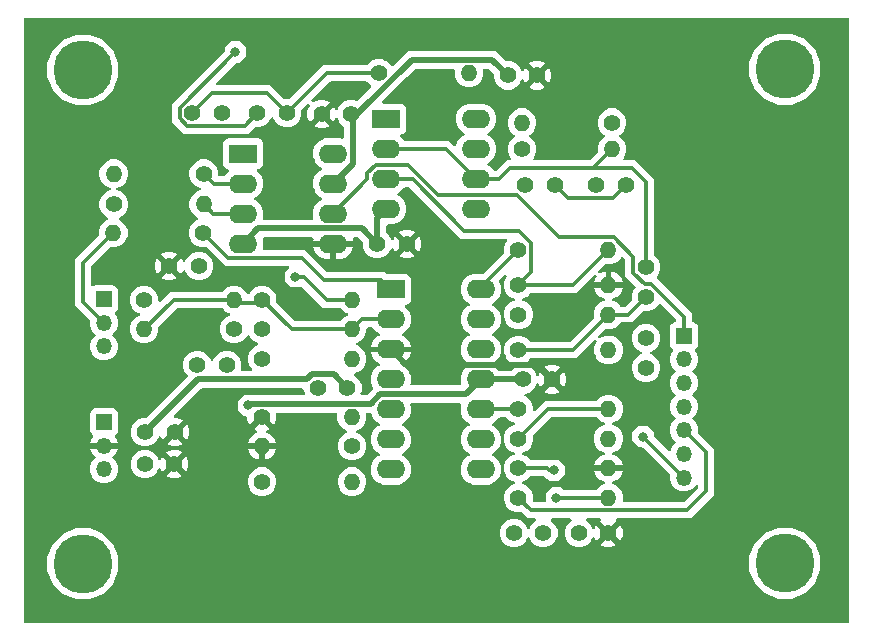
<source format=gbr>
%TF.GenerationSoftware,KiCad,Pcbnew,9.0.5*%
%TF.CreationDate,2025-10-16T11:43:33+03:30*%
%TF.ProjectId,ECG,4543472e-6b69-4636-9164-5f7063625858,rev?*%
%TF.SameCoordinates,Original*%
%TF.FileFunction,Copper,L2,Bot*%
%TF.FilePolarity,Positive*%
%FSLAX46Y46*%
G04 Gerber Fmt 4.6, Leading zero omitted, Abs format (unit mm)*
G04 Created by KiCad (PCBNEW 9.0.5) date 2025-10-16 11:43:33*
%MOMM*%
%LPD*%
G01*
G04 APERTURE LIST*
%TA.AperFunction,ComponentPad*%
%ADD10C,1.400000*%
%TD*%
%TA.AperFunction,ComponentPad*%
%ADD11O,1.400000X1.400000*%
%TD*%
%TA.AperFunction,ComponentPad*%
%ADD12R,1.350000X1.350000*%
%TD*%
%TA.AperFunction,ComponentPad*%
%ADD13O,1.350000X1.350000*%
%TD*%
%TA.AperFunction,ComponentPad*%
%ADD14C,2.900000*%
%TD*%
%TA.AperFunction,ConnectorPad*%
%ADD15C,5.000000*%
%TD*%
%TA.AperFunction,ComponentPad*%
%ADD16R,2.400000X1.600000*%
%TD*%
%TA.AperFunction,ComponentPad*%
%ADD17O,2.400000X1.600000*%
%TD*%
%TA.AperFunction,ViaPad*%
%ADD18C,0.800000*%
%TD*%
%TA.AperFunction,Conductor*%
%ADD19C,0.350000*%
%TD*%
%TA.AperFunction,Conductor*%
%ADD20C,0.500000*%
%TD*%
G04 APERTURE END LIST*
D10*
%TO.P,C10,1*%
%TO.N,Net-(Supply1-Pin_3)*%
X90525000Y-87125000D03*
%TO.P,C10,2*%
%TO.N,GND*%
X88025000Y-87125000D03*
%TD*%
%TO.P,R22,1*%
%TO.N,Net-(U3-+)*%
X117590000Y-88725000D03*
D11*
%TO.P,R22,2*%
%TO.N,GND*%
X125210000Y-88725000D03*
%TD*%
D10*
%TO.P,R7,1*%
%TO.N,Net-(U2--)*%
X90930000Y-79300000D03*
D11*
%TO.P,R7,2*%
%TO.N,Net-(Input1-Pin_1)*%
X83310000Y-79300000D03*
%TD*%
D10*
%TO.P,C11,1*%
%TO.N,Net-(Supply1-Pin_1)*%
X103425000Y-74225000D03*
%TO.P,C11,2*%
%TO.N,GND*%
X100925000Y-74225000D03*
%TD*%
D12*
%TO.P,Supply1,1,Pin_1*%
%TO.N,Net-(Supply1-Pin_1)*%
X82500000Y-100325000D03*
D13*
%TO.P,Supply1,2,Pin_2*%
%TO.N,GND*%
X82500000Y-102325000D03*
%TO.P,Supply1,3,Pin_3*%
%TO.N,Net-(Supply1-Pin_3)*%
X82500000Y-104325000D03*
%TD*%
D10*
%TO.P,R6,1*%
%TO.N,Net-(R5-Pad1)*%
X95900000Y-94975000D03*
D11*
%TO.P,R6,2*%
%TO.N,Net-(R4-Pad2)*%
X103520000Y-94975000D03*
%TD*%
D10*
%TO.P,R8,1*%
%TO.N,Net-(Input1-Pin_3)*%
X83310000Y-81900000D03*
D11*
%TO.P,R8,2*%
%TO.N,Net-(U2-+)*%
X90930000Y-81900000D03*
%TD*%
D10*
%TO.P,R17,1*%
%TO.N,Net-(C8-Pad1)*%
X117590000Y-94225000D03*
D11*
%TO.P,R17,2*%
%TO.N,Net-(J2-Pin_6)*%
X125210000Y-94225000D03*
%TD*%
D10*
%TO.P,R13,1*%
%TO.N,Net-(C4-Pad2)*%
X117590000Y-101725000D03*
D11*
%TO.P,R13,2*%
%TO.N,Net-(J2-Pin_4)*%
X125210000Y-101725000D03*
%TD*%
D14*
%TO.P,REF\u002A\u002A,1*%
%TO.N,N/C*%
X140125000Y-70475000D03*
D15*
X140125000Y-70475000D03*
%TD*%
D14*
%TO.P,REF\u002A\u002A,1*%
%TO.N,N/C*%
X80700000Y-70525000D03*
D15*
X80700000Y-70525000D03*
%TD*%
D10*
%TO.P,C6,1*%
%TO.N,Net-(U1D-+)*%
X118150000Y-80225000D03*
%TO.P,C6,2*%
%TO.N,Net-(C6-Pad2)*%
X120650000Y-80225000D03*
%TD*%
%TO.P,C4,1*%
%TO.N,Net-(J2-Pin_5)*%
X117200000Y-109725000D03*
%TO.P,C4,2*%
%TO.N,Net-(C4-Pad2)*%
X119700000Y-109725000D03*
%TD*%
%TO.P,R15,1*%
%TO.N,Net-(J2-Pin_5)*%
X117590000Y-106725000D03*
D11*
%TO.P,R15,2*%
%TO.N,Net-(U1C--)*%
X125210000Y-106725000D03*
%TD*%
D12*
%TO.P,Input1,1,Pin_1*%
%TO.N,Net-(Input1-Pin_1)*%
X82500000Y-89925000D03*
D13*
%TO.P,Input1,2,Pin_2*%
%TO.N,Net-(Input1-Pin_2)*%
X82500000Y-91925000D03*
%TO.P,Input1,3,Pin_3*%
%TO.N,Net-(Input1-Pin_3)*%
X82500000Y-93925000D03*
%TD*%
D10*
%TO.P,R18,1*%
%TO.N,Net-(U1D-+)*%
X117590000Y-91225000D03*
D11*
%TO.P,R18,2*%
%TO.N,Net-(C8-Pad1)*%
X125210000Y-91225000D03*
%TD*%
D10*
%TO.P,C13,1*%
%TO.N,GND*%
X108150000Y-85250000D03*
%TO.P,C13,2*%
%TO.N,Net-(Supply1-Pin_3)*%
X105650000Y-85250000D03*
%TD*%
%TO.P,C1,1*%
%TO.N,Net-(C1-Pad1)*%
X90400000Y-95475000D03*
%TO.P,C1,2*%
%TO.N,Net-(C1-Pad2)*%
X92900000Y-95475000D03*
%TD*%
%TO.P,C2,1*%
%TO.N,Net-(J2-Pin_2)*%
X95475000Y-74175000D03*
%TO.P,C2,2*%
%TO.N,Net-(C2-Pad2)*%
X97975000Y-74175000D03*
%TD*%
%TO.P,R9,1*%
%TO.N,Net-(C2-Pad2)*%
X105755000Y-70800000D03*
D11*
%TO.P,R9,2*%
%TO.N,Net-(J2-Pin_3)*%
X113375000Y-70800000D03*
%TD*%
D16*
%TO.P,U2,1,Rg*%
%TO.N,Net-(R4-Pad2)*%
X94280000Y-77605000D03*
D17*
%TO.P,U2,2,-*%
%TO.N,Net-(U2--)*%
X94280000Y-80145000D03*
%TO.P,U2,3,+*%
%TO.N,Net-(U2-+)*%
X94280000Y-82685000D03*
%TO.P,U2,4,Vs-*%
%TO.N,Net-(Supply1-Pin_3)*%
X94280000Y-85225000D03*
%TO.P,U2,5,Ref*%
%TO.N,GND*%
X101900000Y-85225000D03*
%TO.P,U2,6*%
%TO.N,Net-(J2-Pin_1)*%
X101900000Y-82685000D03*
%TO.P,U2,7,Vs+*%
%TO.N,Net-(Supply1-Pin_1)*%
X101900000Y-80145000D03*
%TO.P,U2,8,Rg*%
%TO.N,Net-(R5-Pad1)*%
X101900000Y-77605000D03*
%TD*%
D16*
%TO.P,U1,1*%
%TO.N,Net-(C1-Pad1)*%
X106780000Y-89105000D03*
D17*
%TO.P,U1,2,-*%
%TO.N,Net-(U1A--)*%
X106780000Y-91645000D03*
%TO.P,U1,3,+*%
%TO.N,GND*%
X106780000Y-94185000D03*
%TO.P,U1,4,V+*%
%TO.N,Net-(Supply1-Pin_1)*%
X106780000Y-96725000D03*
%TO.P,U1,5,+*%
%TO.N,Net-(U1B-+)*%
X106780000Y-99265000D03*
%TO.P,U1,6,-*%
%TO.N,Net-(U1B--)*%
X106780000Y-101805000D03*
%TO.P,U1,7*%
%TO.N,Net-(J2-Pin_3)*%
X106780000Y-104345000D03*
%TO.P,U1,8*%
%TO.N,Net-(J2-Pin_5)*%
X114400000Y-104345000D03*
%TO.P,U1,9,-*%
%TO.N,Net-(U1C--)*%
X114400000Y-101805000D03*
%TO.P,U1,10,+*%
%TO.N,Net-(U1C-+)*%
X114400000Y-99265000D03*
%TO.P,U1,11,V-*%
%TO.N,Net-(Supply1-Pin_3)*%
X114400000Y-96725000D03*
%TO.P,U1,12,+*%
%TO.N,Net-(U1D-+)*%
X114400000Y-94185000D03*
%TO.P,U1,13,-*%
%TO.N,Net-(J2-Pin_7)*%
X114400000Y-91645000D03*
%TO.P,U1,14*%
X114400000Y-89105000D03*
%TD*%
D10*
%TO.P,C12,1*%
%TO.N,Net-(Supply1-Pin_1)*%
X116675000Y-70975000D03*
%TO.P,C12,2*%
%TO.N,GND*%
X119175000Y-70975000D03*
%TD*%
%TO.P,C14,1*%
%TO.N,GND*%
X120450000Y-96725000D03*
%TO.P,C14,2*%
%TO.N,Net-(Supply1-Pin_3)*%
X117950000Y-96725000D03*
%TD*%
%TO.P,R4,1*%
%TO.N,Net-(U1A--)*%
X95900000Y-89975000D03*
D11*
%TO.P,R4,2*%
%TO.N,Net-(R4-Pad2)*%
X103520000Y-89975000D03*
%TD*%
D14*
%TO.P,REF\u002A\u002A,1*%
%TO.N,N/C*%
X80700000Y-112325000D03*
D15*
X80700000Y-112325000D03*
%TD*%
D14*
%TO.P,REF\u002A\u002A,1*%
%TO.N,N/C*%
X140125000Y-112275000D03*
D15*
X140125000Y-112275000D03*
%TD*%
D10*
%TO.P,R14,1*%
%TO.N,Net-(U1C-+)*%
X117590000Y-99225000D03*
D11*
%TO.P,R14,2*%
%TO.N,Net-(C4-Pad2)*%
X125210000Y-99225000D03*
%TD*%
D10*
%TO.P,R2,1*%
%TO.N,Net-(C1-Pad1)*%
X85900000Y-89975000D03*
D11*
%TO.P,R2,2*%
%TO.N,Net-(U1A--)*%
X93520000Y-89975000D03*
%TD*%
D10*
%TO.P,C7,1*%
%TO.N,Net-(C6-Pad2)*%
X126650000Y-80225000D03*
%TO.P,C7,2*%
%TO.N,Net-(J2-Pin_6)*%
X124150000Y-80225000D03*
%TD*%
%TO.P,R20,1*%
%TO.N,Net-(R19-Pad2)*%
X117900000Y-77225000D03*
D11*
%TO.P,R20,2*%
%TO.N,Net-(U3--)*%
X125520000Y-77225000D03*
%TD*%
D10*
%TO.P,R5,1*%
%TO.N,Net-(R5-Pad1)*%
X95900000Y-92475000D03*
D11*
%TO.P,R5,2*%
%TO.N,Net-(U1A--)*%
X103520000Y-92475000D03*
%TD*%
D16*
%TO.P,U3,1,NULL*%
%TO.N,unconnected-(U3-NULL-Pad1)*%
X106375000Y-74680000D03*
D17*
%TO.P,U3,2,-*%
%TO.N,Net-(U3--)*%
X106375000Y-77220000D03*
%TO.P,U3,3,+*%
%TO.N,Net-(U3-+)*%
X106375000Y-79760000D03*
%TO.P,U3,4,V-*%
%TO.N,Net-(Supply1-Pin_3)*%
X106375000Y-82300000D03*
%TO.P,U3,5,NULL*%
%TO.N,unconnected-(U3-NULL-Pad5)*%
X113995000Y-82300000D03*
%TO.P,U3,6*%
%TO.N,Net-(U3--)*%
X113995000Y-79760000D03*
%TO.P,U3,7,V+*%
%TO.N,Net-(Supply1-Pin_1)*%
X113995000Y-77220000D03*
%TO.P,U3,8,NC*%
%TO.N,unconnected-(U3-NC-Pad8)*%
X113995000Y-74680000D03*
%TD*%
D10*
%TO.P,C8,1*%
%TO.N,Net-(C8-Pad1)*%
X128400000Y-95725000D03*
%TO.P,C8,2*%
%TO.N,Net-(U3--)*%
X128400000Y-93225000D03*
%TD*%
%TO.P,R12,1*%
%TO.N,Net-(U1B--)*%
X103470000Y-102375000D03*
D11*
%TO.P,R12,2*%
%TO.N,GND*%
X95850000Y-102375000D03*
%TD*%
D10*
%TO.P,R11,1*%
%TO.N,Net-(J2-Pin_3)*%
X95850000Y-105375000D03*
D11*
%TO.P,R11,2*%
%TO.N,Net-(U1B--)*%
X103470000Y-105375000D03*
%TD*%
D10*
%TO.P,C17,1*%
%TO.N,GND*%
X88450000Y-103900000D03*
%TO.P,C17,2*%
%TO.N,Net-(Supply1-Pin_3)*%
X85950000Y-103900000D03*
%TD*%
%TO.P,R21,1*%
%TO.N,Net-(J2-Pin_7)*%
X117590000Y-85725000D03*
D11*
%TO.P,R21,2*%
%TO.N,Net-(U3-+)*%
X125210000Y-85725000D03*
%TD*%
D10*
%TO.P,R1,1*%
%TO.N,Net-(C1-Pad1)*%
X90910000Y-84300000D03*
D11*
%TO.P,R1,2*%
%TO.N,Net-(Input1-Pin_2)*%
X83290000Y-84300000D03*
%TD*%
D12*
%TO.P,J2,1,Pin_1*%
%TO.N,Net-(J2-Pin_1)*%
X131600000Y-93025000D03*
D13*
%TO.P,J2,2,Pin_2*%
%TO.N,Net-(J2-Pin_2)*%
X131600000Y-95025000D03*
%TO.P,J2,3,Pin_3*%
%TO.N,Net-(J2-Pin_3)*%
X131600000Y-97025000D03*
%TO.P,J2,4,Pin_4*%
%TO.N,Net-(J2-Pin_4)*%
X131600000Y-99025000D03*
%TO.P,J2,5,Pin_5*%
%TO.N,Net-(J2-Pin_5)*%
X131600000Y-101025000D03*
%TO.P,J2,6,Pin_6*%
%TO.N,Net-(J2-Pin_6)*%
X131600000Y-103025000D03*
%TO.P,J2,7,Pin_7*%
%TO.N,Net-(J2-Pin_7)*%
X131600000Y-105025000D03*
%TD*%
D10*
%TO.P,R19,1*%
%TO.N,Net-(C6-Pad2)*%
X125505000Y-74975000D03*
D11*
%TO.P,R19,2*%
%TO.N,Net-(R19-Pad2)*%
X117885000Y-74975000D03*
%TD*%
D10*
%TO.P,C9,1*%
%TO.N,Net-(C8-Pad1)*%
X128400000Y-89725000D03*
%TO.P,C9,2*%
%TO.N,Net-(U3--)*%
X128400000Y-87225000D03*
%TD*%
%TO.P,C16,1*%
%TO.N,Net-(Supply1-Pin_1)*%
X85975000Y-101175000D03*
%TO.P,C16,2*%
%TO.N,GND*%
X88475000Y-101175000D03*
%TD*%
%TO.P,C3,1*%
%TO.N,Net-(C2-Pad2)*%
X89975000Y-74175000D03*
%TO.P,C3,2*%
%TO.N,Net-(U1B-+)*%
X92475000Y-74175000D03*
%TD*%
%TO.P,R10,1*%
%TO.N,GND*%
X95840000Y-99925000D03*
D11*
%TO.P,R10,2*%
%TO.N,Net-(U1B-+)*%
X103460000Y-99925000D03*
%TD*%
D10*
%TO.P,R16,1*%
%TO.N,Net-(U1C--)*%
X117590000Y-104225000D03*
D11*
%TO.P,R16,2*%
%TO.N,GND*%
X125210000Y-104225000D03*
%TD*%
D10*
%TO.P,R3,1*%
%TO.N,Net-(C1-Pad2)*%
X93520000Y-92475000D03*
D11*
%TO.P,R3,2*%
%TO.N,Net-(U1A--)*%
X85900000Y-92475000D03*
%TD*%
D10*
%TO.P,C15,1*%
%TO.N,Net-(Supply1-Pin_1)*%
X103100000Y-97425000D03*
%TO.P,C15,2*%
%TO.N,GND*%
X100600000Y-97425000D03*
%TD*%
%TO.P,C5,1*%
%TO.N,Net-(U1C-+)*%
X122700000Y-109725000D03*
%TO.P,C5,2*%
%TO.N,GND*%
X125200000Y-109725000D03*
%TD*%
D18*
%TO.N,Net-(R4-Pad2)*%
X98700000Y-88025000D03*
%TO.N,Net-(U1C--)*%
X120600000Y-104425000D03*
X120800000Y-106725000D03*
%TO.N,Net-(J2-Pin_2)*%
X93625000Y-69000000D03*
%TO.N,Net-(J2-Pin_7)*%
X128137500Y-101562500D03*
%TO.N,Net-(Supply1-Pin_3)*%
X94700000Y-98925000D03*
%TD*%
D19*
%TO.N,Net-(C1-Pad1)*%
X105975000Y-88300000D02*
X106780000Y-89105000D01*
X101150000Y-88300000D02*
X105975000Y-88300000D01*
X93010000Y-86400000D02*
X99250000Y-86400000D01*
X90910000Y-84300000D02*
X93010000Y-86400000D01*
X99250000Y-86400000D02*
X101150000Y-88300000D01*
%TO.N,Net-(C2-Pad2)*%
X91675000Y-72475000D02*
X96275000Y-72475000D01*
X101350000Y-70800000D02*
X97975000Y-74175000D01*
X89975000Y-74175000D02*
X91675000Y-72475000D01*
X105755000Y-70800000D02*
X101350000Y-70800000D01*
X96275000Y-72475000D02*
X97975000Y-74175000D01*
%TO.N,Net-(C4-Pad2)*%
X125210000Y-99225000D02*
X120090000Y-99225000D01*
X120090000Y-99225000D02*
X117590000Y-101725000D01*
D20*
%TO.N,GND*%
X108070000Y-95475000D02*
X106780000Y-94185000D01*
X120450000Y-96725000D02*
X119200000Y-95475000D01*
X119200000Y-95475000D02*
X108070000Y-95475000D01*
D19*
%TO.N,Net-(U1C-+)*%
X114400000Y-99265000D02*
X117550000Y-99265000D01*
%TO.N,Net-(C6-Pad2)*%
X125550000Y-81325000D02*
X121750000Y-81325000D01*
X121750000Y-81325000D02*
X120650000Y-80225000D01*
X126650000Y-80225000D02*
X125550000Y-81325000D01*
%TO.N,Net-(C8-Pad1)*%
X126900000Y-91225000D02*
X128400000Y-89725000D01*
X117590000Y-94225000D02*
X122210000Y-94225000D01*
X125210000Y-91225000D02*
X126900000Y-91225000D01*
X122210000Y-94225000D02*
X125210000Y-91225000D01*
%TO.N,Net-(U3--)*%
X123920000Y-78825000D02*
X127200000Y-78825000D01*
X111455000Y-77220000D02*
X113995000Y-79760000D01*
X123920000Y-78825000D02*
X116900000Y-78825000D01*
X127200000Y-78825000D02*
X128400000Y-80025000D01*
X115965000Y-79760000D02*
X113995000Y-79760000D01*
X125520000Y-77225000D02*
X123920000Y-78825000D01*
X116900000Y-78825000D02*
X115965000Y-79760000D01*
X128400000Y-80025000D02*
X128400000Y-87225000D01*
X106375000Y-77220000D02*
X111455000Y-77220000D01*
%TO.N,Net-(U1A--)*%
X93770000Y-90225000D02*
X93520000Y-89975000D01*
X104350000Y-91645000D02*
X103520000Y-92475000D01*
X88400000Y-89975000D02*
X85900000Y-92475000D01*
X95650000Y-90225000D02*
X93770000Y-90225000D01*
X93520000Y-89975000D02*
X88400000Y-89975000D01*
X106780000Y-91645000D02*
X104350000Y-91645000D01*
X103520000Y-92475000D02*
X98400000Y-92475000D01*
X95900000Y-89975000D02*
X95650000Y-90225000D01*
X98400000Y-92475000D02*
X95900000Y-89975000D01*
%TO.N,Net-(R4-Pad2)*%
X103520000Y-89975000D02*
X101350000Y-89975000D01*
X99400000Y-88025000D02*
X98700000Y-88025000D01*
X101350000Y-89975000D02*
X99400000Y-88025000D01*
%TO.N,Net-(U2--)*%
X94280000Y-80145000D02*
X91775000Y-80145000D01*
X91775000Y-80145000D02*
X90930000Y-79300000D01*
%TO.N,Net-(U2-+)*%
X91715000Y-82685000D02*
X90930000Y-81900000D01*
X94280000Y-82685000D02*
X91715000Y-82685000D01*
%TO.N,Net-(U1C--)*%
X120000000Y-104225000D02*
X117590000Y-104225000D01*
X125210000Y-106725000D02*
X120800000Y-106725000D01*
X120200000Y-104425000D02*
X120000000Y-104225000D01*
X120600000Y-104425000D02*
X120200000Y-104425000D01*
%TO.N,Net-(U3-+)*%
X117650000Y-84125000D02*
X112990000Y-84125000D01*
X112990000Y-84125000D02*
X108625000Y-79760000D01*
X118665000Y-85140000D02*
X117650000Y-84125000D01*
X117590000Y-88725000D02*
X122210000Y-88725000D01*
X118665000Y-87650000D02*
X118665000Y-85140000D01*
X117590000Y-88725000D02*
X118665000Y-87650000D01*
X122210000Y-88725000D02*
X125210000Y-85725000D01*
X106375000Y-79760000D02*
X108625000Y-79760000D01*
%TO.N,Net-(Input1-Pin_2)*%
X80700000Y-90125000D02*
X80700000Y-86890000D01*
X80700000Y-86890000D02*
X83290000Y-84300000D01*
X82500000Y-91925000D02*
X80700000Y-90125000D01*
%TO.N,Net-(J2-Pin_2)*%
X93604720Y-69020280D02*
X93625000Y-69000000D01*
X88900000Y-73729720D02*
X93604720Y-69025000D01*
X93604720Y-69025000D02*
X93604720Y-69020280D01*
X95475000Y-74175000D02*
X94400000Y-75250000D01*
X89529720Y-75250000D02*
X88900000Y-74620280D01*
X88900000Y-74620280D02*
X88900000Y-73729720D01*
X94400000Y-75250000D02*
X89529720Y-75250000D01*
%TO.N,Net-(J2-Pin_5)*%
X133475000Y-102900000D02*
X133475000Y-106200000D01*
X131600000Y-101025000D02*
X133475000Y-102900000D01*
X133475000Y-106200000D02*
X131875000Y-107800000D01*
X118665000Y-107800000D02*
X117590000Y-106725000D01*
X131875000Y-107800000D02*
X118665000Y-107800000D01*
%TO.N,Net-(J2-Pin_7)*%
X128137500Y-101562500D02*
X131600000Y-105025000D01*
X117590000Y-85725000D02*
X114400000Y-88915000D01*
X114400000Y-88915000D02*
X114400000Y-89105000D01*
%TO.N,Net-(J2-Pin_1)*%
X110795000Y-81125000D02*
X117475000Y-81125000D01*
X101900000Y-82685000D02*
X104800000Y-79785000D01*
X105488299Y-78585000D02*
X108255000Y-78585000D01*
X131600000Y-91400000D02*
X131600000Y-93025000D01*
X104800000Y-79785000D02*
X104800000Y-79273299D01*
X117475000Y-81125000D02*
X121000000Y-84650000D01*
X104800000Y-79273299D02*
X105488299Y-78585000D01*
X128850000Y-88650000D02*
X131600000Y-91400000D01*
X127325000Y-87670280D02*
X128304720Y-88650000D01*
X127325000Y-86319720D02*
X127325000Y-87670280D01*
X108255000Y-78585000D02*
X110795000Y-81125000D01*
X128304720Y-88650000D02*
X128850000Y-88650000D01*
X121000000Y-84650000D02*
X125655280Y-84650000D01*
X125655280Y-84650000D02*
X127325000Y-86319720D01*
D20*
%TO.N,Net-(Supply1-Pin_3)*%
X95570000Y-83935000D02*
X104335000Y-83935000D01*
X114400000Y-96725000D02*
X117950000Y-96725000D01*
X94850000Y-98775000D02*
X105102233Y-98775000D01*
X105650000Y-83025000D02*
X106375000Y-82300000D01*
X113150000Y-97975000D02*
X114400000Y-96725000D01*
X94280000Y-85225000D02*
X95570000Y-83935000D01*
X94700000Y-98925000D02*
X94850000Y-98775000D01*
X105902233Y-97975000D02*
X113150000Y-97975000D01*
X104335000Y-83935000D02*
X105650000Y-85250000D01*
X105650000Y-85250000D02*
X105650000Y-83025000D01*
X105102233Y-98775000D02*
X105902233Y-97975000D01*
%TO.N,Net-(Supply1-Pin_1)*%
X101950000Y-96275000D02*
X103100000Y-97425000D01*
X101900000Y-80145000D02*
X103550000Y-78495000D01*
X103956346Y-74225000D02*
X108531346Y-69650000D01*
X99673654Y-96725000D02*
X100123654Y-96275000D01*
X100123654Y-96275000D02*
X101950000Y-96275000D01*
X103550000Y-78495000D02*
X103550000Y-74350000D01*
X90425000Y-96725000D02*
X99673654Y-96725000D01*
X85975000Y-101175000D02*
X90425000Y-96725000D01*
X103550000Y-74350000D02*
X103425000Y-74225000D01*
X108531346Y-69650000D02*
X115350000Y-69650000D01*
X103425000Y-74225000D02*
X103956346Y-74225000D01*
X115350000Y-69650000D02*
X116675000Y-70975000D01*
%TD*%
%TA.AperFunction,Conductor*%
%TO.N,GND*%
G36*
X124224054Y-99936819D02*
G01*
X124399917Y-100112681D01*
X124529971Y-100242735D01*
X124751055Y-100334310D01*
X124814134Y-100360439D01*
X124881242Y-100427547D01*
X124881242Y-100522453D01*
X124814134Y-100589561D01*
X124529970Y-100707265D01*
X124192265Y-101044970D01*
X124009500Y-101486204D01*
X124009500Y-101963795D01*
X124090487Y-102159315D01*
X124192265Y-102405029D01*
X124529971Y-102742735D01*
X124814789Y-102860710D01*
X124881896Y-102927817D01*
X124881896Y-103022723D01*
X124814788Y-103089831D01*
X124530254Y-103207689D01*
X124192689Y-103545254D01*
X124014683Y-103974999D01*
X124014683Y-103975000D01*
X124965025Y-103975000D01*
X124860000Y-104080025D01*
X124860000Y-104369975D01*
X124965025Y-104475000D01*
X124014683Y-104475000D01*
X124192689Y-104904745D01*
X124530254Y-105242310D01*
X124814788Y-105360168D01*
X124881896Y-105427276D01*
X124881896Y-105522182D01*
X124814788Y-105589290D01*
X124529970Y-105707265D01*
X124224054Y-106013181D01*
X124136373Y-106049500D01*
X121449361Y-106049500D01*
X121361680Y-106013181D01*
X121172999Y-105824500D01*
X120427001Y-105824500D01*
X120427000Y-105824500D01*
X119899500Y-106352000D01*
X119899500Y-107000500D01*
X119863181Y-107088181D01*
X119775500Y-107124500D01*
X118996163Y-107124500D01*
X118908482Y-107088181D01*
X118826819Y-107006518D01*
X118790500Y-106918837D01*
X118790500Y-106486207D01*
X118790499Y-106486204D01*
X118787847Y-106479801D01*
X118607735Y-106044971D01*
X118270029Y-105707265D01*
X117985864Y-105589560D01*
X117918757Y-105522453D01*
X117918757Y-105427547D01*
X117985864Y-105360439D01*
X118270029Y-105242735D01*
X118431090Y-105081674D01*
X118575946Y-104936819D01*
X118663627Y-104900500D01*
X119668837Y-104900500D01*
X119756518Y-104936819D01*
X119920199Y-105100500D01*
X119950639Y-105100500D01*
X120038320Y-105136819D01*
X120227001Y-105325500D01*
X120972999Y-105325500D01*
X121500500Y-104797999D01*
X121500500Y-104052001D01*
X120972999Y-103524500D01*
X120227001Y-103524500D01*
X120227000Y-103524500D01*
X120204214Y-103533939D01*
X120201869Y-103528279D01*
X120150639Y-103549500D01*
X118663627Y-103549500D01*
X118575946Y-103513181D01*
X118270030Y-103207266D01*
X118270029Y-103207265D01*
X118203725Y-103179801D01*
X117985864Y-103089560D01*
X117918757Y-103022453D01*
X117918757Y-102927547D01*
X117985864Y-102860439D01*
X118270029Y-102742735D01*
X118607735Y-102405029D01*
X118790500Y-101963794D01*
X118790500Y-101531162D01*
X118826819Y-101443481D01*
X120333482Y-99936819D01*
X120421163Y-99900500D01*
X124136373Y-99900500D01*
X124224054Y-99936819D01*
G37*
%TD.AperFunction*%
%TA.AperFunction,Conductor*%
G36*
X129616908Y-90372210D02*
G01*
X130888181Y-91643482D01*
X130924500Y-91731163D01*
X130924500Y-91738030D01*
X130888181Y-91825711D01*
X130824692Y-91859647D01*
X130729714Y-91878539D01*
X130564160Y-91989160D01*
X130453540Y-92154715D01*
X130453538Y-92154719D01*
X130424500Y-92300702D01*
X130424500Y-93749289D01*
X130453540Y-93895287D01*
X130514290Y-93986204D01*
X130564160Y-94060840D01*
X130640902Y-94112117D01*
X130693628Y-94191028D01*
X130675113Y-94284110D01*
X130659693Y-94302900D01*
X130603460Y-94359133D01*
X130424500Y-94791176D01*
X130424500Y-95258823D01*
X130603460Y-95690867D01*
X130603461Y-95690868D01*
X130849911Y-95937319D01*
X130886230Y-96025000D01*
X130849911Y-96112681D01*
X130603460Y-96359132D01*
X130424500Y-96791176D01*
X130424500Y-97258823D01*
X130603460Y-97690867D01*
X130603461Y-97690868D01*
X130849911Y-97937319D01*
X130886230Y-98025000D01*
X130849911Y-98112681D01*
X130603460Y-98359132D01*
X130424500Y-98791176D01*
X130424500Y-99258823D01*
X130603460Y-99690867D01*
X130603461Y-99690868D01*
X130849911Y-99937319D01*
X130886230Y-100025000D01*
X130849911Y-100112681D01*
X130603460Y-100359132D01*
X130424500Y-100791176D01*
X130424500Y-101258823D01*
X130603460Y-101690867D01*
X130603461Y-101690868D01*
X130849911Y-101937319D01*
X130886230Y-102025000D01*
X130849911Y-102112681D01*
X130603460Y-102359132D01*
X130465343Y-102692572D01*
X130398234Y-102759680D01*
X130303329Y-102759680D01*
X130263101Y-102732800D01*
X129074319Y-101544018D01*
X129038000Y-101456337D01*
X129038000Y-101189501D01*
X128510499Y-100662000D01*
X127764501Y-100662000D01*
X127764500Y-100662000D01*
X127237000Y-101189500D01*
X127237000Y-101189501D01*
X127237000Y-101935499D01*
X127764501Y-102463000D01*
X128031337Y-102463000D01*
X128119018Y-102499319D01*
X130388181Y-104768482D01*
X130424500Y-104856163D01*
X130424500Y-105258823D01*
X130584668Y-105645499D01*
X130603460Y-105690867D01*
X130934133Y-106021540D01*
X131239631Y-106148082D01*
X131366176Y-106200499D01*
X131366177Y-106200499D01*
X131366179Y-106200500D01*
X131366180Y-106200500D01*
X131833820Y-106200500D01*
X131833821Y-106200500D01*
X132265867Y-106021540D01*
X132587819Y-105699588D01*
X132675500Y-105663269D01*
X132763181Y-105699588D01*
X132799500Y-105787269D01*
X132799500Y-105868837D01*
X132763181Y-105956518D01*
X131631518Y-107088181D01*
X131543837Y-107124500D01*
X126529513Y-107124500D01*
X126441832Y-107088181D01*
X126405513Y-107000500D01*
X126410334Y-106976214D01*
X126408117Y-106975773D01*
X126410499Y-106963795D01*
X126410500Y-106963794D01*
X126410500Y-106486206D01*
X126227735Y-106044971D01*
X125890029Y-105707265D01*
X125605210Y-105589289D01*
X125538103Y-105522182D01*
X125538103Y-105427276D01*
X125605211Y-105360168D01*
X125889745Y-105242310D01*
X126227310Y-104904745D01*
X126405317Y-104475000D01*
X125454975Y-104475000D01*
X125560000Y-104369975D01*
X125560000Y-104080025D01*
X125454975Y-103975000D01*
X126405317Y-103975000D01*
X126405316Y-103974999D01*
X126227310Y-103545254D01*
X125889745Y-103207689D01*
X125605211Y-103089831D01*
X125538103Y-103022723D01*
X125538103Y-102927817D01*
X125605209Y-102860710D01*
X125890029Y-102742735D01*
X126227735Y-102405029D01*
X126410500Y-101963794D01*
X126410500Y-101486206D01*
X126227735Y-101044971D01*
X125890029Y-100707265D01*
X125605864Y-100589560D01*
X125538757Y-100522453D01*
X125538757Y-100427547D01*
X125605864Y-100360439D01*
X125890029Y-100242735D01*
X126227735Y-99905029D01*
X126410500Y-99463794D01*
X126410500Y-98986206D01*
X126227735Y-98544971D01*
X125890029Y-98207265D01*
X125448795Y-98024500D01*
X125448794Y-98024500D01*
X124971206Y-98024500D01*
X124971204Y-98024500D01*
X124529970Y-98207265D01*
X124224054Y-98513181D01*
X124136373Y-98549500D01*
X119810198Y-98549500D01*
X119002181Y-99357517D01*
X118914500Y-99393836D01*
X118826819Y-99357517D01*
X118790500Y-99269836D01*
X118790500Y-98986207D01*
X118790499Y-98986204D01*
X118753530Y-98896953D01*
X118607735Y-98544971D01*
X118270029Y-98207265D01*
X118161776Y-98162425D01*
X118094668Y-98095316D01*
X118094668Y-98000411D01*
X118161777Y-97933303D01*
X118185043Y-97926246D01*
X118188793Y-97925500D01*
X118188794Y-97925500D01*
X118619752Y-97746992D01*
X119781559Y-97746992D01*
X120211302Y-97924999D01*
X120211306Y-97925000D01*
X120688694Y-97925000D01*
X120688697Y-97924999D01*
X121118439Y-97746992D01*
X120450001Y-97078554D01*
X120450000Y-97078554D01*
X119781559Y-97746992D01*
X118619752Y-97746992D01*
X118630029Y-97742735D01*
X118967735Y-97405029D01*
X119085710Y-97120210D01*
X119152817Y-97053104D01*
X119247723Y-97053104D01*
X119314831Y-97120212D01*
X119428006Y-97393439D01*
X120096446Y-96725000D01*
X120096446Y-96724999D01*
X119951472Y-96580025D01*
X120100000Y-96580025D01*
X120100000Y-96869975D01*
X120305025Y-97075000D01*
X120594975Y-97075000D01*
X120800000Y-96869975D01*
X120800000Y-96724999D01*
X120803554Y-96724999D01*
X120803554Y-96725000D01*
X121471992Y-97393439D01*
X121649999Y-96963697D01*
X121650000Y-96963693D01*
X121650000Y-96486306D01*
X121649999Y-96486302D01*
X121471992Y-96056559D01*
X120803554Y-96724999D01*
X120800000Y-96724999D01*
X120800000Y-96580025D01*
X120594975Y-96375000D01*
X120305025Y-96375000D01*
X120100000Y-96580025D01*
X119951472Y-96580025D01*
X119428006Y-96056559D01*
X119314831Y-96329787D01*
X119247723Y-96396895D01*
X119152817Y-96396895D01*
X119085709Y-96329787D01*
X119042098Y-96224500D01*
X118967735Y-96044971D01*
X118630029Y-95707265D01*
X118619747Y-95703006D01*
X119781559Y-95703006D01*
X120450000Y-96371446D01*
X120450001Y-96371446D01*
X121118439Y-95703006D01*
X120688697Y-95525000D01*
X120211303Y-95525000D01*
X119781559Y-95703006D01*
X118619747Y-95703006D01*
X118590441Y-95690867D01*
X118188793Y-95524499D01*
X118185035Y-95523752D01*
X118181849Y-95521623D01*
X118177510Y-95519826D01*
X118177867Y-95518962D01*
X118106125Y-95471024D01*
X118087612Y-95377941D01*
X118140340Y-95299031D01*
X118161774Y-95287575D01*
X118270029Y-95242735D01*
X118467794Y-95044970D01*
X118575946Y-94936819D01*
X118663627Y-94900500D01*
X122489801Y-94900500D01*
X124000640Y-93389660D01*
X124088319Y-93353342D01*
X124176000Y-93389661D01*
X124212319Y-93477342D01*
X124195420Y-93533058D01*
X124196939Y-93533688D01*
X124192265Y-93544970D01*
X124192265Y-93544971D01*
X124138199Y-93675499D01*
X124009500Y-93986204D01*
X124009500Y-94463795D01*
X124122336Y-94736206D01*
X124192265Y-94905029D01*
X124529971Y-95242735D01*
X124971206Y-95425500D01*
X124971208Y-95425500D01*
X125448792Y-95425500D01*
X125448794Y-95425500D01*
X125890029Y-95242735D01*
X126227735Y-94905029D01*
X126410500Y-94463794D01*
X126410500Y-93986206D01*
X126227735Y-93544971D01*
X125890029Y-93207265D01*
X125553527Y-93067881D01*
X125448795Y-93024500D01*
X125448794Y-93024500D01*
X124971206Y-93024500D01*
X124971204Y-93024500D01*
X124676056Y-93146754D01*
X124529971Y-93207265D01*
X124529970Y-93207265D01*
X124518688Y-93211939D01*
X124517532Y-93209149D01*
X124438140Y-93224934D01*
X124359234Y-93172201D01*
X124340727Y-93079117D01*
X124374659Y-93015640D01*
X124404095Y-92986204D01*
X127199500Y-92986204D01*
X127199500Y-93463795D01*
X127378229Y-93895285D01*
X127382265Y-93905029D01*
X127719971Y-94242735D01*
X127865223Y-94302900D01*
X128004134Y-94360439D01*
X128071242Y-94427547D01*
X128071242Y-94522453D01*
X128004134Y-94589561D01*
X127719970Y-94707265D01*
X127382265Y-95044970D01*
X127199500Y-95486204D01*
X127199500Y-95963795D01*
X127369827Y-96375000D01*
X127382265Y-96405029D01*
X127719971Y-96742735D01*
X128161206Y-96925500D01*
X128161208Y-96925500D01*
X128638792Y-96925500D01*
X128638794Y-96925500D01*
X129080029Y-96742735D01*
X129417735Y-96405029D01*
X129600500Y-95963794D01*
X129600500Y-95486206D01*
X129417735Y-95044971D01*
X129080029Y-94707265D01*
X128795864Y-94589560D01*
X128728757Y-94522453D01*
X128728757Y-94427547D01*
X128795864Y-94360439D01*
X129080029Y-94242735D01*
X129417735Y-93905029D01*
X129600500Y-93463794D01*
X129600500Y-92986206D01*
X129417735Y-92544971D01*
X129080029Y-92207265D01*
X129046751Y-92193481D01*
X128638795Y-92024500D01*
X128638794Y-92024500D01*
X128161206Y-92024500D01*
X128161204Y-92024500D01*
X127719970Y-92207265D01*
X127382265Y-92544970D01*
X127199500Y-92986204D01*
X124404095Y-92986204D01*
X124928481Y-92461818D01*
X125016162Y-92425500D01*
X125448792Y-92425500D01*
X125448794Y-92425500D01*
X125890029Y-92242735D01*
X126108264Y-92024500D01*
X126195946Y-91936819D01*
X126283627Y-91900500D01*
X127179801Y-91900500D01*
X128118482Y-90961819D01*
X128206163Y-90925500D01*
X128638792Y-90925500D01*
X128638794Y-90925500D01*
X129080029Y-90742735D01*
X129417735Y-90405029D01*
X129417737Y-90405022D01*
X129424521Y-90394872D01*
X129429144Y-90397961D01*
X129481768Y-90345333D01*
X129576673Y-90345327D01*
X129616908Y-90372210D01*
G37*
%TD.AperFunction*%
%TA.AperFunction,Conductor*%
G36*
X105258017Y-92356819D02*
G01*
X105273439Y-92375610D01*
X105277488Y-92381671D01*
X105277490Y-92381674D01*
X105643326Y-92747510D01*
X105771760Y-92800709D01*
X105838868Y-92867817D01*
X105838868Y-92962723D01*
X105771760Y-93029831D01*
X105643608Y-93082913D01*
X105277913Y-93448608D01*
X105080000Y-93926412D01*
X105080000Y-93935000D01*
X106464315Y-93935000D01*
X106380000Y-94019315D01*
X106380000Y-94350685D01*
X106464315Y-94435000D01*
X105080000Y-94435000D01*
X105080000Y-94443587D01*
X105277913Y-94921391D01*
X105643607Y-95287085D01*
X105643610Y-95287087D01*
X105771759Y-95340168D01*
X105838868Y-95407276D01*
X105838868Y-95502181D01*
X105771761Y-95569290D01*
X105643324Y-95622491D01*
X105277490Y-95988325D01*
X105079500Y-96466312D01*
X105079500Y-96983687D01*
X105268248Y-97439363D01*
X105268248Y-97534269D01*
X105241368Y-97574497D01*
X104827685Y-97988181D01*
X104740004Y-98024500D01*
X104336670Y-98024500D01*
X104248989Y-97988181D01*
X104212670Y-97900500D01*
X104222109Y-97853047D01*
X104232687Y-97827509D01*
X104300500Y-97663794D01*
X104300500Y-97186206D01*
X104117735Y-96744971D01*
X103780029Y-96407265D01*
X103774631Y-96405029D01*
X103766218Y-96401544D01*
X103699111Y-96334435D01*
X103699113Y-96239529D01*
X103766219Y-96172424D01*
X104200029Y-95992735D01*
X104537735Y-95655029D01*
X104720500Y-95213794D01*
X104720500Y-94736206D01*
X104537735Y-94294971D01*
X104200029Y-93957265D01*
X103915864Y-93839560D01*
X103848757Y-93772453D01*
X103848757Y-93677547D01*
X103915864Y-93610439D01*
X104200029Y-93492735D01*
X104537735Y-93155029D01*
X104720500Y-92713794D01*
X104720500Y-92444500D01*
X104756819Y-92356819D01*
X104844500Y-92320500D01*
X105170336Y-92320500D01*
X105258017Y-92356819D01*
G37*
%TD.AperFunction*%
%TA.AperFunction,Conductor*%
G36*
X108381517Y-80471818D02*
G01*
X112710198Y-84800500D01*
X112710199Y-84800500D01*
X116517374Y-84800500D01*
X116605055Y-84836819D01*
X116641374Y-84924500D01*
X116605055Y-85012181D01*
X116572266Y-85044969D01*
X116572265Y-85044970D01*
X116389500Y-85486204D01*
X116389500Y-85918835D01*
X116353181Y-86006516D01*
X114591518Y-87768181D01*
X114503837Y-87804500D01*
X113741312Y-87804500D01*
X113263325Y-88002490D01*
X112897490Y-88368325D01*
X112699500Y-88846312D01*
X112699500Y-89363687D01*
X112856508Y-89742735D01*
X112897490Y-89841674D01*
X113263326Y-90207510D01*
X113391108Y-90260439D01*
X113458216Y-90327548D01*
X113458216Y-90422453D01*
X113391108Y-90489560D01*
X113342924Y-90509518D01*
X113263325Y-90542490D01*
X112897490Y-90908325D01*
X112699500Y-91386312D01*
X112699500Y-91903687D01*
X112866212Y-92306163D01*
X112897490Y-92381674D01*
X113263326Y-92747510D01*
X113391108Y-92800439D01*
X113458216Y-92867548D01*
X113458216Y-92962453D01*
X113391108Y-93029560D01*
X113390456Y-93029831D01*
X113263325Y-93082490D01*
X112897490Y-93448325D01*
X112699500Y-93926312D01*
X112699500Y-94443687D01*
X112820666Y-94736206D01*
X112897490Y-94921674D01*
X113263326Y-95287510D01*
X113391108Y-95340439D01*
X113458216Y-95407548D01*
X113458216Y-95502453D01*
X113391108Y-95569560D01*
X113385094Y-95572052D01*
X113263325Y-95622490D01*
X112897490Y-95988325D01*
X112699500Y-96466312D01*
X112699500Y-96983683D01*
X112699501Y-96983690D01*
X112728230Y-97053048D01*
X112728230Y-97147953D01*
X112661121Y-97215061D01*
X112613669Y-97224500D01*
X108566331Y-97224500D01*
X108478650Y-97188181D01*
X108442331Y-97100500D01*
X108451770Y-97053048D01*
X108480498Y-96983690D01*
X108480499Y-96983687D01*
X108480500Y-96983685D01*
X108480500Y-96466315D01*
X108455114Y-96405029D01*
X108360040Y-96175500D01*
X108282510Y-95988326D01*
X107916674Y-95622490D01*
X107788239Y-95569290D01*
X107721131Y-95502181D01*
X107721131Y-95407276D01*
X107788240Y-95340168D01*
X107916390Y-95287087D01*
X108282086Y-94921391D01*
X108479999Y-94443587D01*
X108480000Y-94443584D01*
X108480000Y-94435000D01*
X107095685Y-94435000D01*
X107180000Y-94350685D01*
X107180000Y-94019315D01*
X107095685Y-93935000D01*
X108480000Y-93935000D01*
X108480000Y-93926415D01*
X108479999Y-93926412D01*
X108282086Y-93448608D01*
X107916391Y-93082913D01*
X107788239Y-93029831D01*
X107721131Y-92962723D01*
X107721131Y-92867817D01*
X107788237Y-92800710D01*
X107916674Y-92747510D01*
X108282510Y-92381674D01*
X108480500Y-91903685D01*
X108480500Y-91386315D01*
X108282510Y-90908326D01*
X107985135Y-90610951D01*
X107948816Y-90523270D01*
X107985135Y-90435589D01*
X108048622Y-90401654D01*
X108175285Y-90376460D01*
X108175286Y-90376459D01*
X108175287Y-90376459D01*
X108221879Y-90345327D01*
X108340840Y-90265840D01*
X108451460Y-90100285D01*
X108480500Y-89954293D01*
X108480499Y-88255708D01*
X108451460Y-88109715D01*
X108451459Y-88109714D01*
X108451459Y-88109712D01*
X108386958Y-88013181D01*
X108340840Y-87944160D01*
X108175285Y-87833540D01*
X108175283Y-87833539D01*
X108175280Y-87833538D01*
X108029296Y-87804500D01*
X108029293Y-87804500D01*
X106486163Y-87804500D01*
X106398482Y-87768181D01*
X106254801Y-87624500D01*
X101481163Y-87624500D01*
X101393482Y-87588181D01*
X99529801Y-85724500D01*
X96066331Y-85724500D01*
X95978650Y-85688181D01*
X95942331Y-85600500D01*
X95945122Y-85574342D01*
X95947486Y-85563387D01*
X95980500Y-85483685D01*
X95980500Y-84966315D01*
X95940170Y-84868949D01*
X95935201Y-84856953D01*
X95935201Y-84762047D01*
X96002309Y-84694939D01*
X96049762Y-84685500D01*
X100130779Y-84685500D01*
X100218460Y-84721819D01*
X100254779Y-84809500D01*
X100245340Y-84856953D01*
X100200000Y-84966412D01*
X100200000Y-84975000D01*
X101584315Y-84975000D01*
X101500000Y-85059315D01*
X101500000Y-85390685D01*
X101584315Y-85475000D01*
X100200000Y-85475000D01*
X100200000Y-85483587D01*
X100397913Y-85961391D01*
X100763608Y-86327086D01*
X101241412Y-86524999D01*
X101241416Y-86525000D01*
X101650000Y-86525000D01*
X101650000Y-85540685D01*
X101734315Y-85625000D01*
X102065685Y-85625000D01*
X102150000Y-85540685D01*
X102150000Y-86525000D01*
X102558584Y-86525000D01*
X102558587Y-86524999D01*
X103036391Y-86327086D01*
X103402086Y-85961391D01*
X103599999Y-85483587D01*
X103600000Y-85483584D01*
X103600000Y-85475000D01*
X102215685Y-85475000D01*
X102300000Y-85390685D01*
X102300000Y-85059315D01*
X102215685Y-84975000D01*
X103600000Y-84975000D01*
X103600000Y-84966415D01*
X103599999Y-84966412D01*
X103554660Y-84856953D01*
X103554660Y-84762047D01*
X103621768Y-84694939D01*
X103669221Y-84685500D01*
X103972771Y-84685500D01*
X104060452Y-84721819D01*
X104413181Y-85074548D01*
X104449500Y-85162229D01*
X104449500Y-85488795D01*
X104547132Y-85724500D01*
X104632265Y-85930029D01*
X104969971Y-86267735D01*
X105411206Y-86450500D01*
X105411208Y-86450500D01*
X105888792Y-86450500D01*
X105888794Y-86450500D01*
X106319752Y-86271992D01*
X107481559Y-86271992D01*
X107911302Y-86449999D01*
X107911306Y-86450000D01*
X108388694Y-86450000D01*
X108388697Y-86449999D01*
X108818439Y-86271992D01*
X108150001Y-85603554D01*
X108150000Y-85603554D01*
X107481559Y-86271992D01*
X106319752Y-86271992D01*
X106330029Y-86267735D01*
X106667735Y-85930029D01*
X106785710Y-85645210D01*
X106852817Y-85578104D01*
X106947723Y-85578104D01*
X107014831Y-85645212D01*
X107128006Y-85918439D01*
X107796446Y-85250000D01*
X107796446Y-85249999D01*
X107651472Y-85105025D01*
X107800000Y-85105025D01*
X107800000Y-85394975D01*
X108005025Y-85600000D01*
X108294975Y-85600000D01*
X108500000Y-85394975D01*
X108500000Y-85249999D01*
X108503554Y-85249999D01*
X108503554Y-85250001D01*
X109171992Y-85918439D01*
X109349999Y-85488697D01*
X109350000Y-85488693D01*
X109350000Y-85011306D01*
X109349999Y-85011302D01*
X109171992Y-84581559D01*
X108503554Y-85249999D01*
X108500000Y-85249999D01*
X108500000Y-85105025D01*
X108294975Y-84900000D01*
X108005025Y-84900000D01*
X107800000Y-85105025D01*
X107651472Y-85105025D01*
X107128006Y-84581559D01*
X107014831Y-84854787D01*
X106947723Y-84921895D01*
X106852817Y-84921895D01*
X106785709Y-84854787D01*
X106667735Y-84569971D01*
X106436819Y-84339055D01*
X106400500Y-84251374D01*
X106400500Y-84228006D01*
X107481559Y-84228006D01*
X108150000Y-84896446D01*
X108150001Y-84896446D01*
X108818439Y-84228006D01*
X108388697Y-84050000D01*
X107911303Y-84050000D01*
X107481559Y-84228006D01*
X106400500Y-84228006D01*
X106400500Y-83724500D01*
X106436819Y-83636819D01*
X106524500Y-83600500D01*
X107033684Y-83600500D01*
X107033685Y-83600500D01*
X107511674Y-83402510D01*
X107877510Y-83036674D01*
X108075500Y-82558685D01*
X108075500Y-82041315D01*
X108058593Y-82000499D01*
X107990795Y-81836819D01*
X107877510Y-81563326D01*
X107511674Y-81197490D01*
X107383890Y-81144560D01*
X107316783Y-81077453D01*
X107316783Y-80982547D01*
X107383890Y-80915439D01*
X107511674Y-80862510D01*
X107877510Y-80496674D01*
X107877512Y-80496667D01*
X107881561Y-80490610D01*
X107960472Y-80437883D01*
X107984664Y-80435500D01*
X108293837Y-80435500D01*
X108381517Y-80471818D01*
G37*
%TD.AperFunction*%
%TA.AperFunction,Conductor*%
G36*
X126425526Y-86375547D02*
G01*
X126613181Y-86563202D01*
X126649500Y-86650883D01*
X126649500Y-87950081D01*
X127475646Y-88776227D01*
X127511965Y-88863908D01*
X127475647Y-88951588D01*
X127469971Y-88957265D01*
X127382265Y-89044971D01*
X127199500Y-89486204D01*
X127199500Y-89918835D01*
X127163180Y-90006516D01*
X126768045Y-90401654D01*
X126656518Y-90513181D01*
X126568837Y-90549500D01*
X126283627Y-90549500D01*
X126195946Y-90513181D01*
X125890030Y-90207266D01*
X125890029Y-90207265D01*
X125649215Y-90107517D01*
X125605210Y-90089289D01*
X125538103Y-90022182D01*
X125538103Y-89927276D01*
X125605211Y-89860168D01*
X125889745Y-89742310D01*
X126227310Y-89404745D01*
X126405317Y-88975000D01*
X125454975Y-88975000D01*
X125560000Y-88869975D01*
X125560000Y-88580025D01*
X125454975Y-88475000D01*
X125460000Y-88475000D01*
X126405317Y-88475000D01*
X126405316Y-88474999D01*
X126227310Y-88045254D01*
X125889745Y-87707689D01*
X125460000Y-87529682D01*
X125460000Y-88475000D01*
X125454975Y-88475000D01*
X125354975Y-88375000D01*
X125065025Y-88375000D01*
X124860000Y-88580025D01*
X124860000Y-88869975D01*
X124965025Y-88975000D01*
X124014683Y-88975000D01*
X124192689Y-89404745D01*
X124530254Y-89742310D01*
X124814788Y-89860168D01*
X124881896Y-89927276D01*
X124881896Y-90022182D01*
X124814788Y-90089290D01*
X124529970Y-90207265D01*
X124192265Y-90544970D01*
X124009500Y-90986204D01*
X124009500Y-91418836D01*
X123973181Y-91506517D01*
X121966518Y-93513181D01*
X121878837Y-93549500D01*
X118663627Y-93549500D01*
X118575946Y-93513181D01*
X118270030Y-93207266D01*
X118270029Y-93207265D01*
X117828795Y-93024500D01*
X117828794Y-93024500D01*
X117351206Y-93024500D01*
X117351204Y-93024500D01*
X116909970Y-93207265D01*
X116572265Y-93544970D01*
X116389500Y-93986204D01*
X116389500Y-94463795D01*
X116502336Y-94736206D01*
X116572265Y-94905029D01*
X116909971Y-95242735D01*
X117351206Y-95425500D01*
X117351209Y-95425500D01*
X117354958Y-95426246D01*
X117358140Y-95428372D01*
X117362490Y-95430174D01*
X117362131Y-95431039D01*
X117433870Y-95478970D01*
X117452388Y-95572052D01*
X117399664Y-95650964D01*
X117378224Y-95662425D01*
X117269969Y-95707266D01*
X117039055Y-95938181D01*
X116951374Y-95974500D01*
X115940046Y-95974500D01*
X115852365Y-95938181D01*
X115536674Y-95622490D01*
X115408890Y-95569560D01*
X115341783Y-95502453D01*
X115341783Y-95407547D01*
X115408890Y-95340439D01*
X115536674Y-95287510D01*
X115902510Y-94921674D01*
X116100500Y-94443685D01*
X116100500Y-93926315D01*
X115902510Y-93448326D01*
X115536674Y-93082490D01*
X115408890Y-93029560D01*
X115341783Y-92962453D01*
X115341783Y-92867547D01*
X115408890Y-92800439D01*
X115536674Y-92747510D01*
X115902510Y-92381674D01*
X116100500Y-91903685D01*
X116100500Y-91386315D01*
X115902510Y-90908326D01*
X115536674Y-90542490D01*
X115408890Y-90489560D01*
X115341783Y-90422453D01*
X115341783Y-90327547D01*
X115408890Y-90260439D01*
X115536674Y-90207510D01*
X115902510Y-89841674D01*
X116100500Y-89363685D01*
X116100500Y-88846315D01*
X115934059Y-88444491D01*
X115934059Y-88349589D01*
X115960936Y-88309363D01*
X116380640Y-87889660D01*
X116468319Y-87853342D01*
X116556000Y-87889661D01*
X116592319Y-87977342D01*
X116575420Y-88033058D01*
X116576939Y-88033688D01*
X116572265Y-88044970D01*
X116572265Y-88044971D01*
X116545447Y-88109715D01*
X116389500Y-88486204D01*
X116389500Y-88963795D01*
X116555139Y-89363683D01*
X116572265Y-89405029D01*
X116909971Y-89742735D01*
X117131055Y-89834310D01*
X117194134Y-89860439D01*
X117261242Y-89927547D01*
X117261242Y-90022453D01*
X117194134Y-90089561D01*
X116909970Y-90207265D01*
X116572265Y-90544970D01*
X116389500Y-90986204D01*
X116389500Y-91463795D01*
X116561293Y-91878540D01*
X116572265Y-91905029D01*
X116909971Y-92242735D01*
X117351206Y-92425500D01*
X117351208Y-92425500D01*
X117828792Y-92425500D01*
X117828794Y-92425500D01*
X118270029Y-92242735D01*
X118607735Y-91905029D01*
X118790500Y-91463794D01*
X118790500Y-90986206D01*
X118607735Y-90544971D01*
X118270029Y-90207265D01*
X117985864Y-90089560D01*
X117918757Y-90022453D01*
X117918757Y-89927547D01*
X117985864Y-89860439D01*
X118270029Y-89742735D01*
X118463264Y-89549500D01*
X118575946Y-89436819D01*
X118663627Y-89400500D01*
X122489801Y-89400500D01*
X124002488Y-87887811D01*
X124090169Y-87851493D01*
X124177850Y-87887812D01*
X124214169Y-87975493D01*
X124196534Y-88033628D01*
X124197363Y-88033972D01*
X124193880Y-88042380D01*
X124193273Y-88044382D01*
X124192688Y-88045256D01*
X124014683Y-88474999D01*
X124014683Y-88475000D01*
X124960000Y-88475000D01*
X124960000Y-87529682D01*
X124959999Y-87529682D01*
X124530252Y-87707690D01*
X124529376Y-87708276D01*
X124528342Y-87708481D01*
X124518972Y-87712363D01*
X124518199Y-87710498D01*
X124436293Y-87726785D01*
X124357385Y-87674053D01*
X124338876Y-87580970D01*
X124372809Y-87517490D01*
X124928481Y-86961818D01*
X125016162Y-86925500D01*
X125448792Y-86925500D01*
X125448794Y-86925500D01*
X125890029Y-86742735D01*
X126227735Y-86405029D01*
X126227736Y-86405026D01*
X126234523Y-86394871D01*
X126240330Y-86398751D01*
X126290313Y-86348700D01*
X126385219Y-86348634D01*
X126425526Y-86375547D01*
G37*
%TD.AperFunction*%
%TA.AperFunction,Conductor*%
G36*
X145538181Y-66161819D02*
G01*
X145574500Y-66249500D01*
X145574500Y-117200500D01*
X145538181Y-117288181D01*
X145450500Y-117324500D01*
X75824500Y-117324500D01*
X75736819Y-117288181D01*
X75700500Y-117200500D01*
X75700500Y-111728161D01*
X77699500Y-111728161D01*
X77699500Y-111728163D01*
X77699500Y-112921837D01*
X78156299Y-114024647D01*
X79000353Y-114868701D01*
X80103163Y-115325500D01*
X80103165Y-115325500D01*
X81296835Y-115325500D01*
X81296837Y-115325500D01*
X82399647Y-114868701D01*
X83243701Y-114024647D01*
X83700500Y-112921837D01*
X83700500Y-111728163D01*
X83679788Y-111678161D01*
X137124500Y-111678161D01*
X137124500Y-112871838D01*
X137145211Y-112921838D01*
X137581299Y-113974647D01*
X138425353Y-114818701D01*
X139528163Y-115275500D01*
X139528165Y-115275500D01*
X140721835Y-115275500D01*
X140721837Y-115275500D01*
X141824647Y-114818701D01*
X142668701Y-113974647D01*
X143125500Y-112871837D01*
X143125500Y-111678163D01*
X142668701Y-110575353D01*
X141824647Y-109731299D01*
X141809437Y-109724999D01*
X140721838Y-109274500D01*
X140721837Y-109274500D01*
X139528163Y-109274500D01*
X139528161Y-109274500D01*
X138425352Y-109731299D01*
X137581299Y-110575352D01*
X137124500Y-111678161D01*
X83679788Y-111678161D01*
X83243701Y-110625353D01*
X82399647Y-109781299D01*
X81913729Y-109580025D01*
X81296838Y-109324500D01*
X81296837Y-109324500D01*
X80103163Y-109324500D01*
X80103161Y-109324500D01*
X79000352Y-109781299D01*
X78156299Y-110625352D01*
X77699500Y-111728161D01*
X75700500Y-111728161D01*
X75700500Y-99600702D01*
X81324500Y-99600702D01*
X81324500Y-101049289D01*
X81353540Y-101195287D01*
X81464159Y-101360839D01*
X81464160Y-101360840D01*
X81541325Y-101412400D01*
X81594051Y-101491309D01*
X81575537Y-101584391D01*
X81560117Y-101603181D01*
X81503883Y-101659416D01*
X81331743Y-102075000D01*
X82184315Y-102075000D01*
X82100000Y-102159315D01*
X82100000Y-102490685D01*
X82184315Y-102575000D01*
X81331743Y-102575000D01*
X81503883Y-102990584D01*
X81750264Y-103236965D01*
X81786583Y-103324646D01*
X81750265Y-103412327D01*
X81503460Y-103659133D01*
X81324500Y-104091176D01*
X81324500Y-104558823D01*
X81474931Y-104921992D01*
X81503460Y-104990867D01*
X81834133Y-105321540D01*
X82090056Y-105427547D01*
X82266176Y-105500499D01*
X82266177Y-105500499D01*
X82266179Y-105500500D01*
X82266180Y-105500500D01*
X82733820Y-105500500D01*
X82733821Y-105500500D01*
X83165867Y-105321540D01*
X83351203Y-105136204D01*
X94649500Y-105136204D01*
X94649500Y-105613795D01*
X94814931Y-106013181D01*
X94832265Y-106055029D01*
X95169971Y-106392735D01*
X95611206Y-106575500D01*
X95611208Y-106575500D01*
X96088792Y-106575500D01*
X96088794Y-106575500D01*
X96530029Y-106392735D01*
X96867735Y-106055029D01*
X97050500Y-105613794D01*
X97050500Y-105136206D01*
X97050499Y-105136204D01*
X102269500Y-105136204D01*
X102269500Y-105613795D01*
X102434931Y-106013181D01*
X102452265Y-106055029D01*
X102789971Y-106392735D01*
X103231206Y-106575500D01*
X103231208Y-106575500D01*
X103708792Y-106575500D01*
X103708794Y-106575500D01*
X104150029Y-106392735D01*
X104487735Y-106055029D01*
X104670500Y-105613794D01*
X104670500Y-105136206D01*
X104487735Y-104694971D01*
X104150029Y-104357265D01*
X104133482Y-104350411D01*
X103708795Y-104174500D01*
X103708794Y-104174500D01*
X103231206Y-104174500D01*
X103231204Y-104174500D01*
X102789970Y-104357265D01*
X102452265Y-104694970D01*
X102269500Y-105136204D01*
X97050499Y-105136204D01*
X96867735Y-104694971D01*
X96530029Y-104357265D01*
X96513482Y-104350411D01*
X96088795Y-104174500D01*
X96088794Y-104174500D01*
X95611206Y-104174500D01*
X95611204Y-104174500D01*
X95169970Y-104357265D01*
X94832265Y-104694970D01*
X94649500Y-105136204D01*
X83351203Y-105136204D01*
X83496540Y-104990867D01*
X83675500Y-104558821D01*
X83675500Y-104091179D01*
X83646654Y-104021540D01*
X83585955Y-103875000D01*
X83497398Y-103661204D01*
X84749500Y-103661204D01*
X84749500Y-104138795D01*
X84786493Y-104228104D01*
X84932265Y-104580029D01*
X85269971Y-104917735D01*
X85711206Y-105100500D01*
X85711208Y-105100500D01*
X86188792Y-105100500D01*
X86188794Y-105100500D01*
X86619752Y-104921992D01*
X87781559Y-104921992D01*
X88211302Y-105099999D01*
X88211306Y-105100000D01*
X88688694Y-105100000D01*
X88688697Y-105099999D01*
X88907345Y-105009432D01*
X89118439Y-104921992D01*
X88450001Y-104253554D01*
X88450000Y-104253554D01*
X87781559Y-104921992D01*
X86619752Y-104921992D01*
X86630029Y-104917735D01*
X86967735Y-104580029D01*
X87085710Y-104295210D01*
X87152817Y-104228104D01*
X87247723Y-104228104D01*
X87314831Y-104295212D01*
X87428006Y-104568439D01*
X88096446Y-103900000D01*
X88096446Y-103899999D01*
X87951472Y-103755025D01*
X88100000Y-103755025D01*
X88100000Y-104044975D01*
X88305025Y-104250000D01*
X88594975Y-104250000D01*
X88800000Y-104044975D01*
X88800000Y-103899999D01*
X88803554Y-103899999D01*
X88803554Y-103900000D01*
X89471992Y-104568439D01*
X89649999Y-104138697D01*
X89650000Y-104138693D01*
X89650000Y-103661306D01*
X89649999Y-103661302D01*
X89471992Y-103231559D01*
X88803554Y-103899999D01*
X88800000Y-103899999D01*
X88800000Y-103755025D01*
X88594975Y-103550000D01*
X88305025Y-103550000D01*
X88100000Y-103755025D01*
X87951472Y-103755025D01*
X87428006Y-103231559D01*
X87314831Y-103504787D01*
X87247723Y-103571895D01*
X87152817Y-103571895D01*
X87085709Y-103504787D01*
X87039296Y-103392735D01*
X86967735Y-103219971D01*
X86630029Y-102882265D01*
X86619747Y-102878006D01*
X87781559Y-102878006D01*
X88450000Y-103546446D01*
X88450001Y-103546446D01*
X89118439Y-102878006D01*
X88750934Y-102725780D01*
X88688697Y-102700000D01*
X88211303Y-102700000D01*
X87781559Y-102878006D01*
X86619747Y-102878006D01*
X86577336Y-102860439D01*
X86188795Y-102699500D01*
X86188794Y-102699500D01*
X85711206Y-102699500D01*
X85711204Y-102699500D01*
X85269970Y-102882265D01*
X84932265Y-103219970D01*
X84749500Y-103661204D01*
X83497398Y-103661204D01*
X83496540Y-103659133D01*
X83382377Y-103544970D01*
X83249735Y-103412327D01*
X83213416Y-103324646D01*
X83249735Y-103236965D01*
X83496116Y-102990584D01*
X83647546Y-102625000D01*
X94654683Y-102625000D01*
X94832689Y-103054745D01*
X95170254Y-103392310D01*
X95599999Y-103570316D01*
X95600000Y-103570316D01*
X96100000Y-103570316D01*
X96529745Y-103392310D01*
X96867310Y-103054745D01*
X97045317Y-102625000D01*
X96100000Y-102625000D01*
X96100000Y-103570316D01*
X95600000Y-103570316D01*
X95600000Y-102625000D01*
X94654683Y-102625000D01*
X83647546Y-102625000D01*
X83668257Y-102575000D01*
X82815685Y-102575000D01*
X82900000Y-102490685D01*
X82900000Y-102159315D01*
X82815685Y-102075000D01*
X83668256Y-102075000D01*
X83496116Y-101659415D01*
X83439884Y-101603183D01*
X83403565Y-101515502D01*
X83439884Y-101427821D01*
X83458675Y-101412400D01*
X83472195Y-101403365D01*
X83535840Y-101360840D01*
X83646460Y-101195285D01*
X83675500Y-101049293D01*
X83675499Y-99600708D01*
X83646460Y-99454715D01*
X83646459Y-99454714D01*
X83646459Y-99454712D01*
X83591024Y-99371748D01*
X83535840Y-99289160D01*
X83370285Y-99178540D01*
X83370283Y-99178539D01*
X83370280Y-99178538D01*
X83224296Y-99149500D01*
X81775710Y-99149500D01*
X81629712Y-99178540D01*
X81464160Y-99289160D01*
X81353540Y-99454715D01*
X81353538Y-99454719D01*
X81324500Y-99600702D01*
X75700500Y-99600702D01*
X75700500Y-86610198D01*
X80024500Y-86610198D01*
X80024500Y-90404801D01*
X81288181Y-91668482D01*
X81324500Y-91756163D01*
X81324500Y-92158823D01*
X81503460Y-92590867D01*
X81503461Y-92590868D01*
X81749911Y-92837319D01*
X81786230Y-92925000D01*
X81749911Y-93012681D01*
X81503460Y-93259132D01*
X81324500Y-93691176D01*
X81324500Y-94158823D01*
X81450824Y-94463794D01*
X81503460Y-94590867D01*
X81834133Y-94921540D01*
X82132118Y-95044970D01*
X82266176Y-95100499D01*
X82266177Y-95100499D01*
X82266179Y-95100500D01*
X82266180Y-95100500D01*
X82733820Y-95100500D01*
X82733821Y-95100500D01*
X83165867Y-94921540D01*
X83496540Y-94590867D01*
X83675500Y-94158821D01*
X83675500Y-93691179D01*
X83669853Y-93677547D01*
X83610004Y-93533058D01*
X83496540Y-93259133D01*
X83250088Y-93012681D01*
X83213769Y-92925000D01*
X83250088Y-92837319D01*
X83348264Y-92739143D01*
X83496540Y-92590867D01*
X83675500Y-92158821D01*
X83675500Y-91691179D01*
X83496540Y-91259133D01*
X83440307Y-91202900D01*
X83403988Y-91115219D01*
X83440307Y-91027538D01*
X83459090Y-91012122D01*
X83535840Y-90960840D01*
X83646460Y-90795285D01*
X83675500Y-90649293D01*
X83675499Y-89736204D01*
X84699500Y-89736204D01*
X84699500Y-90213795D01*
X84864007Y-90610951D01*
X84882265Y-90655029D01*
X85219971Y-90992735D01*
X85410031Y-91071460D01*
X85504134Y-91110439D01*
X85571242Y-91177547D01*
X85571242Y-91272453D01*
X85504134Y-91339561D01*
X85219970Y-91457265D01*
X84882265Y-91794970D01*
X84699500Y-92236204D01*
X84699500Y-92713795D01*
X84830406Y-93029831D01*
X84882265Y-93155029D01*
X85219971Y-93492735D01*
X85661206Y-93675500D01*
X85661208Y-93675500D01*
X86138792Y-93675500D01*
X86138794Y-93675500D01*
X86580029Y-93492735D01*
X86917735Y-93155029D01*
X87100500Y-92713794D01*
X87100500Y-92281162D01*
X87136819Y-92193481D01*
X88643482Y-90686819D01*
X88731163Y-90650500D01*
X92446373Y-90650500D01*
X92534054Y-90686819D01*
X92692736Y-90845500D01*
X92839971Y-90992735D01*
X93030031Y-91071460D01*
X93124134Y-91110439D01*
X93191242Y-91177547D01*
X93191242Y-91272453D01*
X93124134Y-91339561D01*
X92839970Y-91457265D01*
X92502265Y-91794970D01*
X92319500Y-92236204D01*
X92319500Y-92713795D01*
X92450406Y-93029831D01*
X92502265Y-93155029D01*
X92839971Y-93492735D01*
X93281206Y-93675500D01*
X93281208Y-93675500D01*
X93758792Y-93675500D01*
X93758794Y-93675500D01*
X94200029Y-93492735D01*
X94537735Y-93155029D01*
X94595439Y-93015717D01*
X94662547Y-92948610D01*
X94757453Y-92948610D01*
X94824560Y-93015717D01*
X94882265Y-93155029D01*
X95219971Y-93492735D01*
X95441055Y-93584310D01*
X95504134Y-93610439D01*
X95571242Y-93677547D01*
X95571242Y-93772453D01*
X95504134Y-93839561D01*
X95219970Y-93957265D01*
X94882265Y-94294970D01*
X94699500Y-94736204D01*
X94699500Y-95213795D01*
X94882265Y-95655029D01*
X94990055Y-95762819D01*
X95026374Y-95850500D01*
X94990055Y-95938181D01*
X94902374Y-95974500D01*
X94178091Y-95974500D01*
X94090410Y-95938181D01*
X94054091Y-95850500D01*
X94063530Y-95803047D01*
X94080193Y-95762819D01*
X94100500Y-95713794D01*
X94100500Y-95236206D01*
X93917735Y-94794971D01*
X93580029Y-94457265D01*
X93547000Y-94443584D01*
X93138795Y-94274500D01*
X93138794Y-94274500D01*
X92661206Y-94274500D01*
X92661204Y-94274500D01*
X92219970Y-94457265D01*
X91882265Y-94794970D01*
X91764561Y-95079134D01*
X91697453Y-95146242D01*
X91602547Y-95146242D01*
X91535439Y-95079134D01*
X91470161Y-94921539D01*
X91417735Y-94794971D01*
X91080029Y-94457265D01*
X91047000Y-94443584D01*
X90638795Y-94274500D01*
X90638794Y-94274500D01*
X90161206Y-94274500D01*
X90161204Y-94274500D01*
X89719970Y-94457265D01*
X89382265Y-94794970D01*
X89199500Y-95236204D01*
X89199500Y-95713795D01*
X89382265Y-96155029D01*
X89570253Y-96343017D01*
X89606572Y-96430698D01*
X89570253Y-96518379D01*
X86150452Y-99938181D01*
X86062771Y-99974500D01*
X85736204Y-99974500D01*
X85294970Y-100157265D01*
X84957265Y-100494970D01*
X84774500Y-100936204D01*
X84774500Y-101413795D01*
X84890967Y-101694971D01*
X84957265Y-101855029D01*
X85294971Y-102192735D01*
X85736206Y-102375500D01*
X85736208Y-102375500D01*
X86213792Y-102375500D01*
X86213794Y-102375500D01*
X86644752Y-102196992D01*
X87806559Y-102196992D01*
X88236302Y-102374999D01*
X88236306Y-102375000D01*
X88713694Y-102375000D01*
X88713697Y-102374999D01*
X89143439Y-102196992D01*
X89071446Y-102124999D01*
X94654683Y-102124999D01*
X94654683Y-102125000D01*
X95605025Y-102125000D01*
X95500000Y-102230025D01*
X95500000Y-102519975D01*
X95705025Y-102725000D01*
X95994975Y-102725000D01*
X96200000Y-102519975D01*
X96200000Y-102230025D01*
X96094975Y-102125000D01*
X97045317Y-102125000D01*
X97045316Y-102124999D01*
X96867310Y-101695254D01*
X96529745Y-101357689D01*
X96299913Y-101262489D01*
X96232805Y-101195380D01*
X96232805Y-101100475D01*
X96299913Y-101033367D01*
X96508439Y-100946992D01*
X95840001Y-100278554D01*
X95840000Y-100278554D01*
X95171559Y-100946992D01*
X95390086Y-101037510D01*
X95457194Y-101104618D01*
X95457194Y-101199524D01*
X95390086Y-101266632D01*
X95170254Y-101357689D01*
X94832689Y-101695254D01*
X94654683Y-102124999D01*
X89071446Y-102124999D01*
X88475001Y-101528554D01*
X88475000Y-101528554D01*
X87806559Y-102196992D01*
X86644752Y-102196992D01*
X86655029Y-102192735D01*
X86992735Y-101855029D01*
X87110710Y-101570210D01*
X87177817Y-101503104D01*
X87272723Y-101503104D01*
X87339831Y-101570212D01*
X87453006Y-101843439D01*
X88125000Y-101171445D01*
X88125000Y-101319975D01*
X88330025Y-101525000D01*
X88619975Y-101525000D01*
X88825000Y-101319975D01*
X88825000Y-101174999D01*
X88828554Y-101174999D01*
X88828554Y-101175000D01*
X89496992Y-101843439D01*
X89674999Y-101413697D01*
X89675000Y-101413693D01*
X89675000Y-100936306D01*
X89674999Y-100936302D01*
X89496992Y-100506559D01*
X88828554Y-101174999D01*
X88825000Y-101174999D01*
X88825000Y-101030025D01*
X88619975Y-100825000D01*
X88471446Y-100825000D01*
X89143439Y-100153006D01*
X88713697Y-99975000D01*
X88535729Y-99975000D01*
X88448048Y-99938681D01*
X88411729Y-99851000D01*
X88448048Y-99763319D01*
X89032828Y-99178540D01*
X90699549Y-97511819D01*
X90787230Y-97475500D01*
X99276000Y-97475500D01*
X99363681Y-97511819D01*
X99400000Y-97599500D01*
X99400000Y-97663696D01*
X99478432Y-97853047D01*
X99478432Y-97947953D01*
X99411324Y-98015061D01*
X99363871Y-98024500D01*
X94327000Y-98024500D01*
X93799500Y-98552000D01*
X93799500Y-99297999D01*
X94327001Y-99825500D01*
X94516000Y-99825500D01*
X94603681Y-99861819D01*
X94640000Y-99949500D01*
X94640000Y-100163697D01*
X94818006Y-100593439D01*
X95490000Y-99921445D01*
X95490000Y-100069975D01*
X95695025Y-100275000D01*
X95984975Y-100275000D01*
X96190000Y-100069975D01*
X96190000Y-99921447D01*
X96861992Y-100593439D01*
X97039999Y-100163697D01*
X97040000Y-100163693D01*
X97040000Y-99686306D01*
X97037617Y-99674325D01*
X97044410Y-99672973D01*
X97044413Y-99602043D01*
X97111523Y-99534937D01*
X97158972Y-99525500D01*
X102140487Y-99525500D01*
X102228168Y-99561819D01*
X102264487Y-99649500D01*
X102259665Y-99673785D01*
X102261883Y-99674227D01*
X102259500Y-99686207D01*
X102259500Y-100163795D01*
X102413258Y-100535000D01*
X102442265Y-100605029D01*
X102779971Y-100942735D01*
X103008779Y-101037510D01*
X103075887Y-101104618D01*
X103075887Y-101199524D01*
X103008779Y-101266632D01*
X102789970Y-101357265D01*
X102452265Y-101694970D01*
X102269500Y-102136204D01*
X102269500Y-102613795D01*
X102440882Y-103027547D01*
X102452265Y-103055029D01*
X102789971Y-103392735D01*
X103231206Y-103575500D01*
X103231208Y-103575500D01*
X103708792Y-103575500D01*
X103708794Y-103575500D01*
X104150029Y-103392735D01*
X104487735Y-103055029D01*
X104670500Y-102613794D01*
X104670500Y-102136206D01*
X104487735Y-101694971D01*
X104150029Y-101357265D01*
X104060003Y-101319975D01*
X103921220Y-101262489D01*
X103854112Y-101195380D01*
X103854112Y-101100475D01*
X103921219Y-101033368D01*
X104140029Y-100942735D01*
X104477735Y-100605029D01*
X104660500Y-100163794D01*
X104660500Y-99686206D01*
X104660499Y-99686205D01*
X104658117Y-99674227D01*
X104664935Y-99672870D01*
X104664936Y-99672249D01*
X104655513Y-99649500D01*
X104664967Y-99626674D01*
X104664985Y-99601968D01*
X104682409Y-99584567D01*
X104691832Y-99561819D01*
X104714656Y-99552364D01*
X104732139Y-99534906D01*
X104779513Y-99525500D01*
X104791366Y-99525500D01*
X104997398Y-99525500D01*
X105085079Y-99561819D01*
X105111958Y-99602046D01*
X105277490Y-100001674D01*
X105643326Y-100367510D01*
X105771108Y-100420439D01*
X105838216Y-100487548D01*
X105838216Y-100582453D01*
X105771108Y-100649560D01*
X105741077Y-100662000D01*
X105643325Y-100702490D01*
X105277490Y-101068325D01*
X105079500Y-101546312D01*
X105079500Y-102063687D01*
X105244902Y-102463000D01*
X105277490Y-102541674D01*
X105643326Y-102907510D01*
X105771108Y-102960439D01*
X105838216Y-103027548D01*
X105838216Y-103122453D01*
X105771108Y-103189560D01*
X105728366Y-103207265D01*
X105643325Y-103242490D01*
X105277490Y-103608325D01*
X105079500Y-104086312D01*
X105079500Y-104603687D01*
X105209584Y-104917735D01*
X105277490Y-105081674D01*
X105643326Y-105447510D01*
X105829196Y-105524500D01*
X106121312Y-105645499D01*
X106121313Y-105645499D01*
X106121315Y-105645500D01*
X106121316Y-105645500D01*
X107438684Y-105645500D01*
X107438685Y-105645500D01*
X107916674Y-105447510D01*
X108282510Y-105081674D01*
X108480500Y-104603685D01*
X108480500Y-104086315D01*
X108463376Y-104044975D01*
X108320312Y-103699588D01*
X108282510Y-103608326D01*
X107916674Y-103242490D01*
X107788890Y-103189560D01*
X107721783Y-103122453D01*
X107721783Y-103027547D01*
X107788890Y-102960439D01*
X107916674Y-102907510D01*
X108282510Y-102541674D01*
X108480500Y-102063685D01*
X108480500Y-101546315D01*
X108474223Y-101531162D01*
X108422508Y-101406311D01*
X108282510Y-101068326D01*
X107916674Y-100702490D01*
X107788890Y-100649560D01*
X107721783Y-100582453D01*
X107721783Y-100487547D01*
X107788890Y-100420439D01*
X107916674Y-100367510D01*
X108282510Y-100001674D01*
X108480500Y-99523685D01*
X108480500Y-99006315D01*
X108435201Y-98896953D01*
X108435201Y-98802047D01*
X108502309Y-98734939D01*
X108549762Y-98725500D01*
X112630238Y-98725500D01*
X112717919Y-98761819D01*
X112754238Y-98849500D01*
X112744799Y-98896953D01*
X112699500Y-99006312D01*
X112699500Y-99523687D01*
X112839560Y-99861819D01*
X112897490Y-100001674D01*
X113263326Y-100367510D01*
X113391108Y-100420439D01*
X113458216Y-100487548D01*
X113458216Y-100582453D01*
X113391108Y-100649560D01*
X113361077Y-100662000D01*
X113263325Y-100702490D01*
X112897490Y-101068325D01*
X112699500Y-101546312D01*
X112699500Y-102063687D01*
X112864902Y-102463000D01*
X112897490Y-102541674D01*
X113263326Y-102907510D01*
X113391108Y-102960439D01*
X113458216Y-103027548D01*
X113458216Y-103122453D01*
X113391108Y-103189560D01*
X113348366Y-103207265D01*
X113263325Y-103242490D01*
X112897490Y-103608325D01*
X112699500Y-104086312D01*
X112699500Y-104603687D01*
X112829584Y-104917735D01*
X112897490Y-105081674D01*
X113263326Y-105447510D01*
X113449196Y-105524500D01*
X113741312Y-105645499D01*
X113741313Y-105645499D01*
X113741315Y-105645500D01*
X113741316Y-105645500D01*
X115058684Y-105645500D01*
X115058685Y-105645500D01*
X115536674Y-105447510D01*
X115902510Y-105081674D01*
X116100500Y-104603685D01*
X116100500Y-104086315D01*
X116083376Y-104044975D01*
X115940312Y-103699588D01*
X115902510Y-103608326D01*
X115536674Y-103242490D01*
X115408890Y-103189560D01*
X115341783Y-103122453D01*
X115341783Y-103027547D01*
X115408890Y-102960439D01*
X115536674Y-102907510D01*
X115902510Y-102541674D01*
X116100500Y-102063685D01*
X116100500Y-101546315D01*
X116094223Y-101531162D01*
X116042508Y-101406311D01*
X115902510Y-101068326D01*
X115536674Y-100702490D01*
X115408890Y-100649560D01*
X115341783Y-100582453D01*
X115341783Y-100487547D01*
X115408890Y-100420439D01*
X115536674Y-100367510D01*
X115902510Y-100001674D01*
X115902512Y-100001667D01*
X115906561Y-99995610D01*
X115985472Y-99942883D01*
X116009664Y-99940500D01*
X116556374Y-99940500D01*
X116644055Y-99976819D01*
X116909971Y-100242735D01*
X117131055Y-100334310D01*
X117194134Y-100360439D01*
X117261242Y-100427547D01*
X117261242Y-100522453D01*
X117194134Y-100589561D01*
X116909970Y-100707265D01*
X116572265Y-101044970D01*
X116389500Y-101486204D01*
X116389500Y-101963795D01*
X116470487Y-102159315D01*
X116572265Y-102405029D01*
X116909971Y-102742735D01*
X117131055Y-102834310D01*
X117194134Y-102860439D01*
X117261242Y-102927547D01*
X117261242Y-103022453D01*
X117194134Y-103089561D01*
X116909970Y-103207265D01*
X116572265Y-103544970D01*
X116389500Y-103986204D01*
X116389500Y-104463795D01*
X116525107Y-104791179D01*
X116572265Y-104905029D01*
X116909971Y-105242735D01*
X117100221Y-105321539D01*
X117194134Y-105360439D01*
X117261242Y-105427547D01*
X117261242Y-105522453D01*
X117194134Y-105589561D01*
X116909970Y-105707265D01*
X116572265Y-106044970D01*
X116389500Y-106486204D01*
X116389500Y-106963795D01*
X116445089Y-107097999D01*
X116572265Y-107405029D01*
X116909971Y-107742735D01*
X117351206Y-107925500D01*
X117351208Y-107925500D01*
X117783837Y-107925500D01*
X117871518Y-107961819D01*
X118385199Y-108475500D01*
X118958059Y-108475500D01*
X119045740Y-108511819D01*
X119082059Y-108599500D01*
X119045740Y-108687181D01*
X119026950Y-108702602D01*
X119019970Y-108707265D01*
X118682265Y-109044970D01*
X118564561Y-109329134D01*
X118497453Y-109396242D01*
X118402547Y-109396242D01*
X118335439Y-109329134D01*
X118309310Y-109266055D01*
X118217735Y-109044971D01*
X117880029Y-108707265D01*
X117869747Y-108703006D01*
X117438795Y-108524500D01*
X117438794Y-108524500D01*
X116961206Y-108524500D01*
X116961204Y-108524500D01*
X116519970Y-108707265D01*
X116182265Y-109044970D01*
X115999500Y-109486204D01*
X115999500Y-109963795D01*
X116177464Y-110393439D01*
X116182265Y-110405029D01*
X116519971Y-110742735D01*
X116961206Y-110925500D01*
X116961208Y-110925500D01*
X117438792Y-110925500D01*
X117438794Y-110925500D01*
X117880029Y-110742735D01*
X118217735Y-110405029D01*
X118335439Y-110120864D01*
X118402547Y-110053757D01*
X118497453Y-110053757D01*
X118564560Y-110120864D01*
X118682265Y-110405029D01*
X119019971Y-110742735D01*
X119461206Y-110925500D01*
X119461208Y-110925500D01*
X119938792Y-110925500D01*
X119938794Y-110925500D01*
X120380029Y-110742735D01*
X120717735Y-110405029D01*
X120900500Y-109963794D01*
X120900500Y-109486206D01*
X120717735Y-109044971D01*
X120380029Y-108707265D01*
X120373050Y-108702602D01*
X120320324Y-108623691D01*
X120338839Y-108530609D01*
X120417750Y-108477883D01*
X120441941Y-108475500D01*
X121958059Y-108475500D01*
X122045740Y-108511819D01*
X122082059Y-108599500D01*
X122045740Y-108687181D01*
X122026950Y-108702602D01*
X122019970Y-108707265D01*
X121682265Y-109044970D01*
X121499500Y-109486204D01*
X121499500Y-109963795D01*
X121677464Y-110393439D01*
X121682265Y-110405029D01*
X122019971Y-110742735D01*
X122461206Y-110925500D01*
X122461208Y-110925500D01*
X122938792Y-110925500D01*
X122938794Y-110925500D01*
X123369752Y-110746992D01*
X124531559Y-110746992D01*
X124961302Y-110924999D01*
X124961306Y-110925000D01*
X125438694Y-110925000D01*
X125438697Y-110924999D01*
X125868439Y-110746992D01*
X125200001Y-110078554D01*
X125200000Y-110078554D01*
X124531559Y-110746992D01*
X123369752Y-110746992D01*
X123380029Y-110742735D01*
X123717735Y-110405029D01*
X123835710Y-110120210D01*
X123902817Y-110053104D01*
X123997723Y-110053104D01*
X124064831Y-110120212D01*
X124178006Y-110393439D01*
X124846446Y-109725000D01*
X124846446Y-109724999D01*
X124701472Y-109580025D01*
X124850000Y-109580025D01*
X124850000Y-109869975D01*
X125055025Y-110075000D01*
X125344975Y-110075000D01*
X125550000Y-109869975D01*
X125550000Y-109724999D01*
X125553554Y-109724999D01*
X125553554Y-109725001D01*
X126221992Y-110393439D01*
X126399999Y-109963697D01*
X126400000Y-109963693D01*
X126400000Y-109486306D01*
X126399999Y-109486302D01*
X126221992Y-109056559D01*
X125553554Y-109724999D01*
X125550000Y-109724999D01*
X125550000Y-109580025D01*
X125344975Y-109375000D01*
X125055025Y-109375000D01*
X124850000Y-109580025D01*
X124701472Y-109580025D01*
X124178006Y-109056559D01*
X124064831Y-109329787D01*
X123997723Y-109396895D01*
X123902817Y-109396895D01*
X123835709Y-109329787D01*
X123833519Y-109324500D01*
X123717735Y-109044971D01*
X123380029Y-108707265D01*
X123373050Y-108702602D01*
X123320324Y-108623691D01*
X123338839Y-108530609D01*
X123417750Y-108477883D01*
X123441941Y-108475500D01*
X124457418Y-108475500D01*
X124545099Y-108511819D01*
X124581418Y-108599500D01*
X124545099Y-108687181D01*
X124533114Y-108695189D01*
X124531559Y-108703006D01*
X125200000Y-109371446D01*
X125200001Y-109371446D01*
X125868439Y-108703006D01*
X125864557Y-108683490D01*
X125828020Y-108646953D01*
X125828020Y-108552047D01*
X125895128Y-108484939D01*
X125942581Y-108475500D01*
X132154801Y-108475500D01*
X134150500Y-106479801D01*
X134150500Y-105920198D01*
X134150500Y-102620199D01*
X134150500Y-102620198D01*
X132811819Y-101281517D01*
X132775500Y-101193836D01*
X132775500Y-100791180D01*
X132775499Y-100791176D01*
X132691987Y-100589561D01*
X132596540Y-100359133D01*
X132350088Y-100112681D01*
X132313769Y-100025000D01*
X132350088Y-99937319D01*
X132461907Y-99825500D01*
X132596540Y-99690867D01*
X132775500Y-99258821D01*
X132775500Y-98791179D01*
X132596540Y-98359133D01*
X132350088Y-98112681D01*
X132313769Y-98025000D01*
X132350088Y-97937319D01*
X132459899Y-97827508D01*
X132596540Y-97690867D01*
X132775500Y-97258821D01*
X132775500Y-96791179D01*
X132596540Y-96359133D01*
X132350088Y-96112681D01*
X132313769Y-96025000D01*
X132350088Y-95937319D01*
X132436907Y-95850500D01*
X132596540Y-95690867D01*
X132775500Y-95258821D01*
X132775500Y-94791179D01*
X132596540Y-94359133D01*
X132540307Y-94302900D01*
X132503988Y-94215219D01*
X132540307Y-94127538D01*
X132559090Y-94112122D01*
X132635840Y-94060840D01*
X132746460Y-93895285D01*
X132775500Y-93749293D01*
X132775499Y-92300708D01*
X132746460Y-92154715D01*
X132746459Y-92154714D01*
X132746459Y-92154712D01*
X132659453Y-92024500D01*
X132635840Y-91989160D01*
X132470285Y-91878540D01*
X132470283Y-91878539D01*
X132470281Y-91878538D01*
X132375308Y-91859647D01*
X132296398Y-91806920D01*
X132275500Y-91738030D01*
X132275500Y-91120198D01*
X132275499Y-91120197D01*
X129326713Y-88171412D01*
X129290394Y-88083731D01*
X129326713Y-87996050D01*
X129326714Y-87996049D01*
X129345422Y-87977342D01*
X129417735Y-87905029D01*
X129600500Y-87463794D01*
X129600500Y-86986206D01*
X129417735Y-86544971D01*
X129267635Y-86394871D01*
X129111819Y-86239054D01*
X129075500Y-86151373D01*
X129075500Y-79745198D01*
X129075499Y-79745197D01*
X127479801Y-78149500D01*
X126592626Y-78149500D01*
X126504945Y-78113181D01*
X126468626Y-78025500D01*
X126504945Y-77937819D01*
X126510945Y-77931819D01*
X126537735Y-77905029D01*
X126720500Y-77463794D01*
X126720500Y-76986206D01*
X126537735Y-76544971D01*
X126200029Y-76207265D01*
X126200027Y-76207264D01*
X126189874Y-76200480D01*
X126192834Y-76196049D01*
X126139787Y-76142996D01*
X126139791Y-76048091D01*
X126177350Y-76002328D01*
X126176393Y-76001371D01*
X126342325Y-75835439D01*
X126522735Y-75655029D01*
X126705500Y-75213794D01*
X126705500Y-74736206D01*
X126522735Y-74294971D01*
X126185029Y-73957265D01*
X126039283Y-73896895D01*
X125743795Y-73774500D01*
X125743794Y-73774500D01*
X125266206Y-73774500D01*
X125266204Y-73774500D01*
X124824970Y-73957265D01*
X124487265Y-74294970D01*
X124304500Y-74736204D01*
X124304500Y-75213795D01*
X124435185Y-75529297D01*
X124487265Y-75655029D01*
X124824971Y-75992735D01*
X124824973Y-75992736D01*
X124835126Y-75999520D01*
X124832163Y-76003953D01*
X124885207Y-76056990D01*
X124885213Y-76151895D01*
X124847650Y-76197672D01*
X124848607Y-76198629D01*
X124502266Y-76544969D01*
X124502265Y-76544970D01*
X124319500Y-76986204D01*
X124319500Y-77418836D01*
X124283181Y-77506517D01*
X123676518Y-78113181D01*
X123588837Y-78149500D01*
X118972626Y-78149500D01*
X118884945Y-78113181D01*
X118848626Y-78025500D01*
X118884945Y-77937819D01*
X118890945Y-77931819D01*
X118917735Y-77905029D01*
X119100500Y-77463794D01*
X119100500Y-76986206D01*
X118917735Y-76544971D01*
X118580029Y-76207265D01*
X118580027Y-76207264D01*
X118569874Y-76200480D01*
X118572834Y-76196049D01*
X118519787Y-76142996D01*
X118519791Y-76048091D01*
X118557350Y-76002328D01*
X118556393Y-76001371D01*
X118722325Y-75835439D01*
X118902735Y-75655029D01*
X119085500Y-75213794D01*
X119085500Y-74736206D01*
X118902735Y-74294971D01*
X118565029Y-73957265D01*
X118419283Y-73896895D01*
X118123795Y-73774500D01*
X118123794Y-73774500D01*
X117646206Y-73774500D01*
X117646204Y-73774500D01*
X117204970Y-73957265D01*
X116867265Y-74294970D01*
X116684500Y-74736204D01*
X116684500Y-75213795D01*
X116815185Y-75529297D01*
X116867265Y-75655029D01*
X117204971Y-75992735D01*
X117204973Y-75992736D01*
X117215126Y-75999520D01*
X117212163Y-76003953D01*
X117265207Y-76056990D01*
X117265213Y-76151895D01*
X117227650Y-76197672D01*
X117228607Y-76198629D01*
X116882266Y-76544969D01*
X116882265Y-76544970D01*
X116699500Y-76986204D01*
X116699500Y-77463795D01*
X116882265Y-77905029D01*
X116915055Y-77937819D01*
X116951374Y-78025500D01*
X116915055Y-78113181D01*
X116827374Y-78149500D01*
X116620198Y-78149500D01*
X115721518Y-79048181D01*
X115633837Y-79084500D01*
X115604664Y-79084500D01*
X115516983Y-79048181D01*
X115501561Y-79029390D01*
X115497511Y-79023329D01*
X115497510Y-79023326D01*
X115131674Y-78657490D01*
X115003890Y-78604560D01*
X114936783Y-78537453D01*
X114936783Y-78442547D01*
X115003890Y-78375439D01*
X115131674Y-78322510D01*
X115497510Y-77956674D01*
X115695500Y-77478685D01*
X115695500Y-76961315D01*
X115682994Y-76931124D01*
X115610335Y-76755710D01*
X115497510Y-76483326D01*
X115131674Y-76117490D01*
X115003890Y-76064560D01*
X114936783Y-75997453D01*
X114936783Y-75902547D01*
X115003890Y-75835439D01*
X115131674Y-75782510D01*
X115497510Y-75416674D01*
X115695500Y-74938685D01*
X115695500Y-74421315D01*
X115643166Y-74294971D01*
X115614183Y-74224999D01*
X115497510Y-73943326D01*
X115131674Y-73577490D01*
X115053845Y-73545252D01*
X114653687Y-73379500D01*
X114653685Y-73379500D01*
X113336315Y-73379500D01*
X113336312Y-73379500D01*
X112858325Y-73577490D01*
X112492490Y-73943325D01*
X112294500Y-74421312D01*
X112294500Y-74938687D01*
X112474658Y-75373624D01*
X112492490Y-75416674D01*
X112858326Y-75782510D01*
X112986108Y-75835439D01*
X113053216Y-75902548D01*
X113053216Y-75997453D01*
X112986108Y-76064560D01*
X112937924Y-76084518D01*
X112858325Y-76117490D01*
X112492490Y-76483325D01*
X112323667Y-76890896D01*
X112256558Y-76958004D01*
X112161653Y-76958004D01*
X112121425Y-76931124D01*
X111734801Y-76544500D01*
X107984664Y-76544500D01*
X107896983Y-76508181D01*
X107881561Y-76489390D01*
X107877511Y-76483329D01*
X107877510Y-76483326D01*
X107580135Y-76185951D01*
X107543816Y-76098270D01*
X107580135Y-76010589D01*
X107643622Y-75976654D01*
X107770285Y-75951460D01*
X107770286Y-75951459D01*
X107770287Y-75951459D01*
X107809138Y-75925499D01*
X107935840Y-75840840D01*
X108046460Y-75675285D01*
X108075500Y-75529293D01*
X108075499Y-73830708D01*
X108046460Y-73684715D01*
X108046459Y-73684714D01*
X108046459Y-73684712D01*
X107991024Y-73601748D01*
X107935840Y-73519160D01*
X107770285Y-73408540D01*
X107770283Y-73408539D01*
X107770280Y-73408538D01*
X107624296Y-73379500D01*
X107624293Y-73379500D01*
X106162574Y-73379500D01*
X106074893Y-73343181D01*
X106038574Y-73255500D01*
X106074893Y-73167819D01*
X108120876Y-71121838D01*
X108805895Y-70436819D01*
X108893576Y-70400500D01*
X112055487Y-70400500D01*
X112143168Y-70436819D01*
X112179487Y-70524500D01*
X112174665Y-70548785D01*
X112176883Y-70549227D01*
X112174500Y-70561207D01*
X112174500Y-71038795D01*
X112283980Y-71303104D01*
X112357265Y-71480029D01*
X112694971Y-71817735D01*
X113136206Y-72000500D01*
X113136208Y-72000500D01*
X113613792Y-72000500D01*
X113613794Y-72000500D01*
X114055029Y-71817735D01*
X114392735Y-71480029D01*
X114575500Y-71038794D01*
X114575500Y-70561206D01*
X114575499Y-70561205D01*
X114573117Y-70549227D01*
X114579935Y-70547870D01*
X114579985Y-70476968D01*
X114647139Y-70409906D01*
X114694513Y-70400500D01*
X114987771Y-70400500D01*
X115075452Y-70436819D01*
X115438181Y-70799548D01*
X115474500Y-70887229D01*
X115474500Y-71213794D01*
X115657265Y-71655029D01*
X115994971Y-71992735D01*
X116436206Y-72175500D01*
X116436208Y-72175500D01*
X116913792Y-72175500D01*
X116913794Y-72175500D01*
X117344752Y-71996992D01*
X118506559Y-71996992D01*
X118936302Y-72174999D01*
X118936306Y-72175000D01*
X119413694Y-72175000D01*
X119413697Y-72174999D01*
X119843439Y-71996992D01*
X119175001Y-71328554D01*
X119175000Y-71328554D01*
X118506559Y-71996992D01*
X117344752Y-71996992D01*
X117355029Y-71992735D01*
X117692735Y-71655029D01*
X117810710Y-71370210D01*
X117877817Y-71303104D01*
X117972723Y-71303104D01*
X118039831Y-71370212D01*
X118153006Y-71643439D01*
X118821446Y-70975000D01*
X118821446Y-70974999D01*
X118676472Y-70830025D01*
X118825000Y-70830025D01*
X118825000Y-71119975D01*
X119030025Y-71325000D01*
X119319975Y-71325000D01*
X119525000Y-71119975D01*
X119525000Y-70974999D01*
X119528554Y-70974999D01*
X119528554Y-70975001D01*
X120196992Y-71643439D01*
X120374999Y-71213697D01*
X120375000Y-71213693D01*
X120375000Y-70736306D01*
X120374999Y-70736302D01*
X120196992Y-70306559D01*
X119528554Y-70974999D01*
X119525000Y-70974999D01*
X119525000Y-70830025D01*
X119319975Y-70625000D01*
X119030025Y-70625000D01*
X118825000Y-70830025D01*
X118676472Y-70830025D01*
X118153006Y-70306559D01*
X118039831Y-70579787D01*
X117972723Y-70646895D01*
X117877817Y-70646895D01*
X117810709Y-70579787D01*
X117797489Y-70547870D01*
X117692735Y-70294971D01*
X117355029Y-69957265D01*
X117344747Y-69953006D01*
X118506559Y-69953006D01*
X119175000Y-70621446D01*
X119175001Y-70621446D01*
X119843439Y-69953006D01*
X119662748Y-69878161D01*
X137124500Y-69878161D01*
X137124500Y-71071838D01*
X137509165Y-72000500D01*
X137581299Y-72174647D01*
X138425353Y-73018701D01*
X139528163Y-73475500D01*
X139528165Y-73475500D01*
X140721835Y-73475500D01*
X140721837Y-73475500D01*
X141824647Y-73018701D01*
X142668701Y-72174647D01*
X143125500Y-71071837D01*
X143125500Y-69878163D01*
X142668701Y-68775353D01*
X141824647Y-67931299D01*
X140721838Y-67474500D01*
X140721837Y-67474500D01*
X139528163Y-67474500D01*
X139528161Y-67474500D01*
X138425352Y-67931299D01*
X137581299Y-68775352D01*
X137124500Y-69878161D01*
X119662748Y-69878161D01*
X119413697Y-69775000D01*
X118936303Y-69775000D01*
X118506559Y-69953006D01*
X117344747Y-69953006D01*
X117284773Y-69928164D01*
X116913795Y-69774500D01*
X116913794Y-69774500D01*
X116587229Y-69774500D01*
X116499548Y-69738181D01*
X115660867Y-68899500D01*
X108842213Y-68899500D01*
X108220478Y-68899500D01*
X108220477Y-68899500D01*
X106970525Y-70149452D01*
X106882844Y-70185771D01*
X106795163Y-70149452D01*
X106781407Y-70128864D01*
X106779520Y-70130126D01*
X106772736Y-70119973D01*
X106772735Y-70119971D01*
X106435029Y-69782265D01*
X106328601Y-69738181D01*
X105993795Y-69599500D01*
X105993794Y-69599500D01*
X105516206Y-69599500D01*
X105516204Y-69599500D01*
X105074970Y-69782265D01*
X104769054Y-70088181D01*
X104681373Y-70124500D01*
X101070198Y-70124500D01*
X98256517Y-72938181D01*
X98168836Y-72974500D01*
X97781163Y-72974500D01*
X97693482Y-72938181D01*
X96554801Y-71799500D01*
X92084883Y-71799500D01*
X91997202Y-71763181D01*
X91960883Y-71675500D01*
X91997202Y-71587819D01*
X93648202Y-69936819D01*
X93735883Y-69900500D01*
X93997999Y-69900500D01*
X94525500Y-69372999D01*
X94525500Y-68627001D01*
X93997999Y-68099500D01*
X93252001Y-68099500D01*
X93252000Y-68099500D01*
X92724500Y-68627000D01*
X92724500Y-68898557D01*
X92688181Y-68986238D01*
X88224500Y-73449918D01*
X88224500Y-73449919D01*
X88224500Y-74340479D01*
X88224500Y-74900081D01*
X89249919Y-75925500D01*
X94679801Y-75925500D01*
X95193481Y-75411818D01*
X95281162Y-75375500D01*
X95713792Y-75375500D01*
X95713794Y-75375500D01*
X96155029Y-75192735D01*
X96492735Y-74855029D01*
X96610439Y-74570864D01*
X96677547Y-74503757D01*
X96772453Y-74503757D01*
X96839560Y-74570864D01*
X96957265Y-74855029D01*
X97294971Y-75192735D01*
X97736206Y-75375500D01*
X97736208Y-75375500D01*
X98213792Y-75375500D01*
X98213794Y-75375500D01*
X98524041Y-75246992D01*
X100256559Y-75246992D01*
X100686302Y-75424999D01*
X100686306Y-75425000D01*
X101163694Y-75425000D01*
X101163697Y-75424999D01*
X101593439Y-75246992D01*
X100925001Y-74578554D01*
X100925000Y-74578554D01*
X100256559Y-75246992D01*
X98524041Y-75246992D01*
X98655029Y-75192735D01*
X98992735Y-74855029D01*
X99175500Y-74413794D01*
X99175500Y-73981162D01*
X99211819Y-73893481D01*
X99420588Y-73684712D01*
X99717490Y-73387810D01*
X99805169Y-73351492D01*
X99892850Y-73387811D01*
X99929169Y-73475492D01*
X99911535Y-73533629D01*
X99912363Y-73533972D01*
X99908884Y-73542369D01*
X99908276Y-73544376D01*
X99907690Y-73545252D01*
X99725000Y-73986303D01*
X99725000Y-74463697D01*
X99903006Y-74893439D01*
X100575000Y-74221445D01*
X100575000Y-74369975D01*
X100780025Y-74575000D01*
X101069975Y-74575000D01*
X101275000Y-74369975D01*
X101275000Y-74080025D01*
X101069975Y-73875000D01*
X100921445Y-73875000D01*
X101593439Y-73203006D01*
X101163697Y-73025000D01*
X100686303Y-73025000D01*
X100245256Y-73207688D01*
X100244382Y-73208273D01*
X100243351Y-73208478D01*
X100233972Y-73212363D01*
X100233199Y-73210497D01*
X100151299Y-73226786D01*
X100072389Y-73174058D01*
X100053876Y-73080975D01*
X100087812Y-73017488D01*
X101593482Y-71511819D01*
X101681163Y-71475500D01*
X104681373Y-71475500D01*
X104769054Y-71511819D01*
X105074971Y-71817735D01*
X105085129Y-71824523D01*
X105081264Y-71830305D01*
X105131361Y-71880465D01*
X105131301Y-71975370D01*
X105104451Y-72015526D01*
X104027627Y-73092350D01*
X103939946Y-73128669D01*
X103892493Y-73119230D01*
X103663795Y-73024500D01*
X103663794Y-73024500D01*
X103186206Y-73024500D01*
X103186204Y-73024500D01*
X102744970Y-73207265D01*
X102407265Y-73544970D01*
X102289290Y-73829787D01*
X102222181Y-73896895D01*
X102127276Y-73896895D01*
X102060168Y-73829787D01*
X101946992Y-73556559D01*
X101278554Y-74224999D01*
X101278554Y-74225001D01*
X101946992Y-74893439D01*
X102060168Y-74620211D01*
X102127276Y-74553103D01*
X102222182Y-74553103D01*
X102289289Y-74620210D01*
X102394101Y-74873247D01*
X102407265Y-74905029D01*
X102753607Y-75251371D01*
X102751696Y-75253281D01*
X102797117Y-75321257D01*
X102799500Y-75345449D01*
X102799500Y-76218669D01*
X102763181Y-76306350D01*
X102675500Y-76342669D01*
X102628048Y-76333230D01*
X102558690Y-76304501D01*
X102558685Y-76304500D01*
X101241315Y-76304500D01*
X101241312Y-76304500D01*
X100763325Y-76502490D01*
X100397490Y-76868325D01*
X100199500Y-77346312D01*
X100199500Y-77863687D01*
X100332234Y-78184133D01*
X100397490Y-78341674D01*
X100763326Y-78707510D01*
X100891108Y-78760439D01*
X100958216Y-78827548D01*
X100958216Y-78922453D01*
X100891108Y-78989560D01*
X100881603Y-78993498D01*
X100763325Y-79042490D01*
X100397490Y-79408325D01*
X100199500Y-79886312D01*
X100199500Y-80403687D01*
X100322031Y-80699500D01*
X100397490Y-80881674D01*
X100763326Y-81247510D01*
X100891108Y-81300439D01*
X100958216Y-81367548D01*
X100958216Y-81462453D01*
X100891108Y-81529560D01*
X100842924Y-81549518D01*
X100763325Y-81582490D01*
X100397490Y-81948325D01*
X100199500Y-82426312D01*
X100199500Y-82943683D01*
X100199501Y-82943690D01*
X100228230Y-83013048D01*
X100228230Y-83107953D01*
X100161121Y-83175061D01*
X100113669Y-83184500D01*
X96066331Y-83184500D01*
X95978650Y-83148181D01*
X95942331Y-83060500D01*
X95951770Y-83013048D01*
X95980498Y-82943690D01*
X95980498Y-82943689D01*
X95980500Y-82943685D01*
X95980500Y-82426315D01*
X95782510Y-81948326D01*
X95416674Y-81582490D01*
X95288890Y-81529560D01*
X95221783Y-81462453D01*
X95221783Y-81367547D01*
X95288890Y-81300439D01*
X95416674Y-81247510D01*
X95782510Y-80881674D01*
X95980500Y-80403685D01*
X95980500Y-79886315D01*
X95967994Y-79856124D01*
X95869069Y-79617298D01*
X95782510Y-79408326D01*
X95485135Y-79110951D01*
X95448816Y-79023270D01*
X95485135Y-78935589D01*
X95548622Y-78901654D01*
X95675285Y-78876460D01*
X95675286Y-78876459D01*
X95675287Y-78876459D01*
X95703066Y-78857897D01*
X95840840Y-78765840D01*
X95951460Y-78600285D01*
X95980500Y-78454293D01*
X95980499Y-76755708D01*
X95951460Y-76609715D01*
X95951459Y-76609714D01*
X95951459Y-76609712D01*
X95883617Y-76508181D01*
X95840840Y-76444160D01*
X95675285Y-76333540D01*
X95675283Y-76333539D01*
X95675280Y-76333538D01*
X95529296Y-76304500D01*
X93030710Y-76304500D01*
X92884712Y-76333540D01*
X92719160Y-76444160D01*
X92608540Y-76609715D01*
X92608538Y-76609719D01*
X92579500Y-76755702D01*
X92579500Y-78454289D01*
X92608540Y-78600287D01*
X92680185Y-78707509D01*
X92719160Y-78765840D01*
X92884715Y-78876460D01*
X92884718Y-78876460D01*
X92884719Y-78876461D01*
X92952547Y-78889952D01*
X93011373Y-78901654D01*
X93090284Y-78954380D01*
X93108799Y-79047462D01*
X93074863Y-79110952D01*
X92777492Y-79408323D01*
X92773439Y-79414390D01*
X92694528Y-79467117D01*
X92670336Y-79469500D01*
X92254500Y-79469500D01*
X92166819Y-79433181D01*
X92130500Y-79345500D01*
X92130500Y-79061207D01*
X92130499Y-79061204D01*
X92124807Y-79047462D01*
X91947735Y-78619971D01*
X91610029Y-78282265D01*
X91168795Y-78099500D01*
X91168794Y-78099500D01*
X90691206Y-78099500D01*
X90691204Y-78099500D01*
X90249970Y-78282265D01*
X89912265Y-78619970D01*
X89729500Y-79061204D01*
X89729500Y-79538795D01*
X89873448Y-79886316D01*
X89912265Y-79980029D01*
X90249971Y-80317735D01*
X90480399Y-80413181D01*
X90654845Y-80485439D01*
X90721953Y-80552547D01*
X90721953Y-80647453D01*
X90654845Y-80714561D01*
X90249970Y-80882265D01*
X89912265Y-81219970D01*
X89729500Y-81661204D01*
X89729500Y-82138795D01*
X89848595Y-82426315D01*
X89912265Y-82580029D01*
X90249971Y-82917735D01*
X90403424Y-82981297D01*
X90470532Y-83048404D01*
X90470532Y-83143309D01*
X90403424Y-83210418D01*
X90229970Y-83282265D01*
X89892265Y-83619970D01*
X89709500Y-84061204D01*
X89709500Y-84538795D01*
X89770267Y-84685500D01*
X89892265Y-84980029D01*
X90229971Y-85317735D01*
X90671206Y-85500500D01*
X90671208Y-85500500D01*
X91103837Y-85500500D01*
X91191518Y-85536819D01*
X92730198Y-87075499D01*
X92730199Y-87075500D01*
X98076639Y-87075500D01*
X98164320Y-87111819D01*
X98200639Y-87199500D01*
X98164320Y-87287181D01*
X97799500Y-87652000D01*
X97799500Y-87652001D01*
X97799500Y-88397999D01*
X98327001Y-88925500D01*
X99072999Y-88925500D01*
X99121418Y-88877081D01*
X99209099Y-88840762D01*
X99296780Y-88877081D01*
X101070198Y-90650499D01*
X101070199Y-90650500D01*
X102446373Y-90650500D01*
X102534054Y-90686819D01*
X102692736Y-90845500D01*
X102839971Y-90992735D01*
X103030031Y-91071460D01*
X103124134Y-91110439D01*
X103191242Y-91177547D01*
X103191242Y-91272453D01*
X103124134Y-91339561D01*
X102839970Y-91457265D01*
X102534054Y-91763181D01*
X102446373Y-91799500D01*
X98731163Y-91799500D01*
X98643482Y-91763181D01*
X97136819Y-90256518D01*
X97100500Y-90168837D01*
X97100500Y-89736207D01*
X97100499Y-89736204D01*
X97023164Y-89549500D01*
X96917735Y-89294971D01*
X96580029Y-88957265D01*
X96415609Y-88889160D01*
X96138795Y-88774500D01*
X96138794Y-88774500D01*
X95661206Y-88774500D01*
X95661204Y-88774500D01*
X95219970Y-88957265D01*
X94882265Y-89294970D01*
X94824561Y-89434281D01*
X94757453Y-89501389D01*
X94662547Y-89501389D01*
X94595439Y-89434281D01*
X94566196Y-89363683D01*
X94537735Y-89294971D01*
X94200029Y-88957265D01*
X94035609Y-88889160D01*
X93758795Y-88774500D01*
X93758794Y-88774500D01*
X93281206Y-88774500D01*
X93281204Y-88774500D01*
X92839970Y-88957265D01*
X92534054Y-89263181D01*
X92446373Y-89299500D01*
X88120198Y-89299500D01*
X87312181Y-90107517D01*
X87224500Y-90143836D01*
X87136819Y-90107517D01*
X87100500Y-90019836D01*
X87100500Y-89736207D01*
X87100499Y-89736204D01*
X87023164Y-89549500D01*
X86917735Y-89294971D01*
X86580029Y-88957265D01*
X86415609Y-88889160D01*
X86138795Y-88774500D01*
X86138794Y-88774500D01*
X85661206Y-88774500D01*
X85661204Y-88774500D01*
X85219970Y-88957265D01*
X84882265Y-89294970D01*
X84699500Y-89736204D01*
X83675499Y-89736204D01*
X83675499Y-89200708D01*
X83646460Y-89054715D01*
X83646459Y-89054714D01*
X83646459Y-89054712D01*
X83581346Y-88957265D01*
X83535840Y-88889160D01*
X83370285Y-88778540D01*
X83370283Y-88778539D01*
X83370280Y-88778538D01*
X83224296Y-88749500D01*
X81775710Y-88749500D01*
X81629713Y-88778540D01*
X81568390Y-88819515D01*
X81475308Y-88838029D01*
X81396397Y-88785302D01*
X81375500Y-88716412D01*
X81375500Y-88146992D01*
X87356559Y-88146992D01*
X87786302Y-88324999D01*
X87786306Y-88325000D01*
X88263694Y-88325000D01*
X88263697Y-88324999D01*
X88693439Y-88146992D01*
X88025001Y-87478554D01*
X88025000Y-87478554D01*
X87356559Y-88146992D01*
X81375500Y-88146992D01*
X81375500Y-87221163D01*
X81411819Y-87133482D01*
X81658998Y-86886303D01*
X86825000Y-86886303D01*
X86825000Y-87363697D01*
X87003006Y-87793439D01*
X87671446Y-87125000D01*
X87671446Y-87124999D01*
X87526472Y-86980025D01*
X87675000Y-86980025D01*
X87675000Y-87269975D01*
X87880025Y-87475000D01*
X88169975Y-87475000D01*
X88375000Y-87269975D01*
X88375000Y-87124999D01*
X88378554Y-87124999D01*
X88378554Y-87125001D01*
X89046992Y-87793439D01*
X89160168Y-87520211D01*
X89227276Y-87453103D01*
X89322182Y-87453103D01*
X89389289Y-87520210D01*
X89507265Y-87805029D01*
X89844971Y-88142735D01*
X90286206Y-88325500D01*
X90286208Y-88325500D01*
X90763792Y-88325500D01*
X90763794Y-88325500D01*
X91205029Y-88142735D01*
X91542735Y-87805029D01*
X91725500Y-87363794D01*
X91725500Y-86886206D01*
X91542735Y-86444971D01*
X91205029Y-86107265D01*
X91194747Y-86103006D01*
X90763795Y-85924500D01*
X90763794Y-85924500D01*
X90286206Y-85924500D01*
X90286204Y-85924500D01*
X89844970Y-86107265D01*
X89507265Y-86444970D01*
X89389290Y-86729787D01*
X89322181Y-86796895D01*
X89227276Y-86796895D01*
X89160168Y-86729787D01*
X89046992Y-86456559D01*
X88378554Y-87124999D01*
X88375000Y-87124999D01*
X88375000Y-86980025D01*
X88169975Y-86775000D01*
X87880025Y-86775000D01*
X87675000Y-86980025D01*
X87526472Y-86980025D01*
X87003006Y-86456559D01*
X86825000Y-86886303D01*
X81658998Y-86886303D01*
X82442295Y-86103006D01*
X87356559Y-86103006D01*
X88025000Y-86771446D01*
X88025001Y-86771446D01*
X88693439Y-86103006D01*
X88263697Y-85925000D01*
X87786303Y-85925000D01*
X87356559Y-86103006D01*
X82442295Y-86103006D01*
X83008482Y-85536819D01*
X83096163Y-85500500D01*
X83528792Y-85500500D01*
X83528794Y-85500500D01*
X83970029Y-85317735D01*
X84307735Y-84980029D01*
X84490500Y-84538794D01*
X84490500Y-84061206D01*
X84307735Y-83619971D01*
X83970029Y-83282265D01*
X83816574Y-83218702D01*
X83749467Y-83151595D01*
X83749467Y-83056689D01*
X83816573Y-82989582D01*
X83990029Y-82917735D01*
X84327735Y-82580029D01*
X84510500Y-82138794D01*
X84510500Y-81661206D01*
X84327735Y-81219971D01*
X83990029Y-80882265D01*
X83585153Y-80714560D01*
X83518046Y-80647453D01*
X83518046Y-80552547D01*
X83585153Y-80485439D01*
X83990029Y-80317735D01*
X84327735Y-79980029D01*
X84510500Y-79538794D01*
X84510500Y-79061206D01*
X84327735Y-78619971D01*
X83990029Y-78282265D01*
X83548795Y-78099500D01*
X83548794Y-78099500D01*
X83071206Y-78099500D01*
X83071204Y-78099500D01*
X82629970Y-78282265D01*
X82292265Y-78619970D01*
X82109500Y-79061204D01*
X82109500Y-79538795D01*
X82253448Y-79886316D01*
X82292265Y-79980029D01*
X82629971Y-80317735D01*
X82860399Y-80413181D01*
X83034845Y-80485439D01*
X83101953Y-80552547D01*
X83101953Y-80647453D01*
X83034845Y-80714561D01*
X82629970Y-80882265D01*
X82292265Y-81219970D01*
X82109500Y-81661204D01*
X82109500Y-82138795D01*
X82228595Y-82426315D01*
X82292265Y-82580029D01*
X82629971Y-82917735D01*
X82783424Y-82981297D01*
X82850532Y-83048404D01*
X82850532Y-83143309D01*
X82783424Y-83210418D01*
X82609970Y-83282265D01*
X82272265Y-83619970D01*
X82089500Y-84061204D01*
X82089500Y-84493835D01*
X82053181Y-84581516D01*
X80420199Y-86214500D01*
X80024500Y-86610198D01*
X75700500Y-86610198D01*
X75700500Y-69928161D01*
X77699500Y-69928161D01*
X77699500Y-71121838D01*
X77920355Y-71655029D01*
X78156299Y-72224647D01*
X79000353Y-73068701D01*
X80103163Y-73525500D01*
X80103165Y-73525500D01*
X81296835Y-73525500D01*
X81296837Y-73525500D01*
X82399647Y-73068701D01*
X83243701Y-72224647D01*
X83700500Y-71121837D01*
X83700500Y-69928163D01*
X83243701Y-68825353D01*
X82399647Y-67981299D01*
X82278936Y-67931299D01*
X81296838Y-67524500D01*
X81296837Y-67524500D01*
X80103163Y-67524500D01*
X80103161Y-67524500D01*
X79000352Y-67981299D01*
X78156299Y-68825352D01*
X77699500Y-69928161D01*
X75700500Y-69928161D01*
X75700500Y-66249500D01*
X75736819Y-66161819D01*
X75824500Y-66125500D01*
X145450500Y-66125500D01*
X145538181Y-66161819D01*
G37*
%TD.AperFunction*%
%TD*%
M02*

</source>
